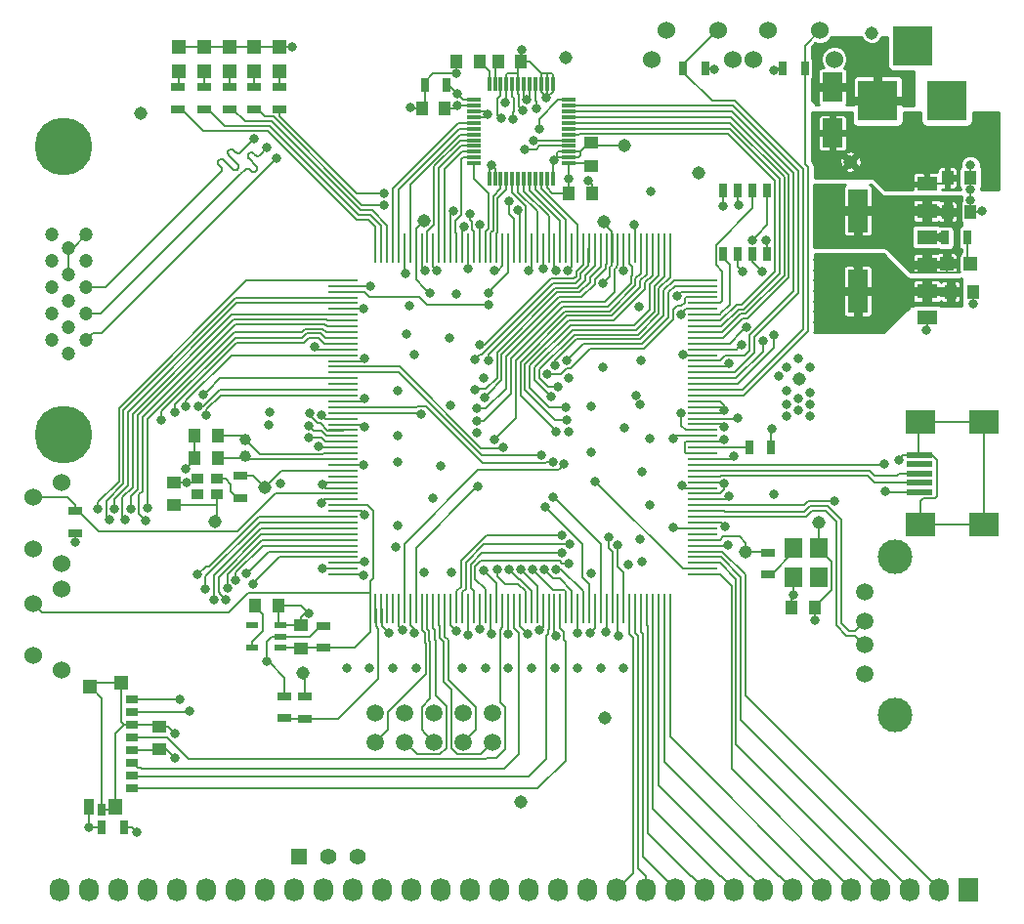
<source format=gtl>
%TF.GenerationSoftware,KiCad,Pcbnew,0.201506262353+5832~23~ubuntu14.04.1-product*%
%TF.CreationDate,2015-07-01T01:08:02-03:00*%
%TF.JobID,BoardRZA1,426F617264525A41312E6B696361645F,rev?*%
%TF.FileFunction,Copper,L1,Top,Signal*%
%FSLAX46Y46*%
G04 Gerber Fmt 4.6, Leading zero omitted, Abs format (unit mm)*
G04 Created by KiCad (PCBNEW 0.201506262353+5832~23~ubuntu14.04.1-product) date mié 01 jul 2015 01:08:02 ART*
%MOMM*%
G01*
G04 APERTURE LIST*
%ADD10C,0.100000*%
%ADD11R,1.000000X0.700000*%
%ADD12R,1.200000X1.150000*%
%ADD13R,1.200000X1.400000*%
%ADD14R,0.700000X1.000000*%
%ADD15R,0.900000X1.400000*%
%ADD16C,5.001260*%
%ADD17C,1.198880*%
%ADD18R,0.700000X1.300000*%
%ADD19R,2.301240X0.500380*%
%ADD20R,2.499360X1.998980*%
%ADD21C,1.501140*%
%ADD22C,2.999740*%
%ADD23R,3.500120X3.500120*%
%ADD24R,1.198880X1.198880*%
%ADD25R,1.800860X2.499360*%
%ADD26C,1.506220*%
%ADD27C,1.524000*%
%ADD28R,0.254000X2.540000*%
%ADD29R,2.540000X0.254000*%
%ADD30R,1.100000X0.900000*%
%ADD31R,1.500000X1.700000*%
%ADD32R,1.000000X0.600000*%
%ADD33C,1.000760*%
%ADD34C,1.143000*%
%ADD35R,1.397000X1.397000*%
%ADD36C,1.397000*%
%ADD37R,1.727200X2.032000*%
%ADD38O,1.727200X2.032000*%
%ADD39R,1.800860X1.300480*%
%ADD40R,1.800860X3.799840*%
%ADD41R,1.250000X1.000000*%
%ADD42R,1.000000X1.250000*%
%ADD43R,1.300000X0.700000*%
%ADD44R,0.299720X1.300480*%
%ADD45R,1.300480X0.299720*%
%ADD46C,0.812800*%
%ADD47C,0.203200*%
%ADD48C,0.254000*%
%ADD49C,0.228600*%
G04 APERTURE END LIST*
D10*
D11*
X44272200Y-83396000D03*
X44272200Y-82296000D03*
X44272200Y-81196000D03*
X44272200Y-80096000D03*
X44272200Y-78996000D03*
X44272200Y-77896000D03*
X44272200Y-76796000D03*
X44272200Y-84496000D03*
D12*
X43322200Y-75396000D03*
X40622200Y-75696000D03*
D13*
X42772200Y-86146000D03*
D14*
X41622200Y-86346000D03*
D15*
X40482200Y-86146000D03*
D16*
X38277800Y-53848000D03*
D17*
X40276780Y-41087040D03*
X40276780Y-43373040D03*
X40276780Y-45664120D03*
X40276780Y-38793420D03*
X40276780Y-36504880D03*
X38778180Y-39938960D03*
X38778180Y-42227500D03*
X38778180Y-44518580D03*
X38778180Y-46809660D03*
D16*
X38277800Y-28859480D03*
D17*
X38778180Y-37647880D03*
X37277040Y-45664120D03*
X37277040Y-43373040D03*
X37279580Y-41084500D03*
X37277040Y-38793420D03*
X37277040Y-36504880D03*
D18*
X99300000Y-32725000D03*
X98030000Y-32725000D03*
X96760000Y-32725000D03*
X95490000Y-32725000D03*
X95490000Y-38225000D03*
X96760000Y-38225000D03*
X98030000Y-38225000D03*
X99300000Y-38225000D03*
D19*
X112477740Y-58813700D03*
X112477740Y-58013600D03*
X112477740Y-57213500D03*
X112477740Y-56413400D03*
X112477740Y-55613300D03*
D20*
X112576800Y-61663580D03*
X118075900Y-61663580D03*
X112576800Y-52763420D03*
X118075900Y-52763420D03*
D21*
X107700000Y-67500000D03*
X107700000Y-70040000D03*
X107700000Y-72072000D03*
X107700000Y-74612000D03*
D22*
X110367000Y-64452000D03*
X110367000Y-78168000D03*
D23*
X108861860Y-24892000D03*
X114861340Y-24892000D03*
X111861600Y-20193000D03*
D24*
X57049998Y-22374020D03*
X57049998Y-20275980D03*
X54866398Y-22374020D03*
X54866398Y-20275980D03*
X52683799Y-22374020D03*
X52683799Y-20275980D03*
X50519449Y-22374020D03*
X50519449Y-20275980D03*
D25*
X104950000Y-23701020D03*
X104950000Y-27698980D03*
D24*
X116924020Y-39000000D03*
X114825980Y-39000000D03*
D26*
X75501500Y-77978000D03*
X75501500Y-80518000D03*
X72961500Y-77978000D03*
X72961500Y-80518000D03*
X70421500Y-77978000D03*
X70421500Y-80518000D03*
X67881500Y-77978000D03*
X67881500Y-80518000D03*
X65341500Y-77978000D03*
X65341500Y-80518000D03*
D27*
X38176600Y-67234000D03*
X38176600Y-74244000D03*
X35686600Y-68489000D03*
X35686600Y-72989000D03*
X38176600Y-58039200D03*
X38176600Y-65049200D03*
X35686600Y-59294200D03*
X35686600Y-63794200D03*
X105105000Y-21311000D03*
X98095000Y-21311000D03*
X103850000Y-18821000D03*
X99350000Y-18821000D03*
X96278500Y-21311000D03*
X89268500Y-21311000D03*
X95023500Y-18821000D03*
X90523500Y-18821000D03*
D28*
X90863420Y-37719000D03*
X90363040Y-37719000D03*
X89862660Y-37719000D03*
X89362280Y-37719000D03*
X88861900Y-37719000D03*
X88361520Y-37719000D03*
X87861140Y-37719000D03*
X87360760Y-37719000D03*
X86860380Y-37719000D03*
X86360000Y-37719000D03*
X85859620Y-37719000D03*
X85359240Y-37719000D03*
X84858860Y-37719000D03*
X84358480Y-37719000D03*
X83858100Y-37719000D03*
X83357720Y-37719000D03*
X82857340Y-37719000D03*
X82356960Y-37719000D03*
X81856580Y-37719000D03*
X81356200Y-37719000D03*
X80855820Y-37719000D03*
X80355440Y-37719000D03*
X79855060Y-37719000D03*
X79354680Y-37719000D03*
X78854300Y-37719000D03*
X78353920Y-37719000D03*
X77853540Y-37719000D03*
X77353160Y-37719000D03*
X76852780Y-37719000D03*
X76352400Y-37719000D03*
X75852020Y-37719000D03*
X75351640Y-37719000D03*
X74851260Y-37719000D03*
X74350880Y-37719000D03*
X73850500Y-37719000D03*
X73350120Y-37719000D03*
X72849740Y-37719000D03*
X72349360Y-37719000D03*
X71848980Y-37719000D03*
X71348600Y-37719000D03*
X70848220Y-37719000D03*
X70347840Y-37719000D03*
X69847460Y-37719000D03*
X69347080Y-37719000D03*
X68846700Y-37719000D03*
X68346320Y-37719000D03*
X67845940Y-37719000D03*
X67345560Y-37719000D03*
X66845180Y-37719000D03*
X66344800Y-37719000D03*
X65844420Y-37719000D03*
X65344040Y-37719000D03*
D29*
X62534800Y-40454580D03*
X62534800Y-40954960D03*
X62534800Y-41455340D03*
X62534800Y-41955720D03*
X62534800Y-42456100D03*
X62534800Y-42956480D03*
X62534800Y-43456860D03*
X62534800Y-43957240D03*
X62534800Y-44457620D03*
X62534800Y-44958000D03*
X62534800Y-45458380D03*
X62534800Y-45958760D03*
X62534800Y-46459140D03*
X62534800Y-46959520D03*
X62534800Y-47459900D03*
X62534800Y-47960280D03*
X62534800Y-48460660D03*
X62534800Y-48961040D03*
X62534800Y-49461420D03*
X62534800Y-49961800D03*
X62534800Y-50462180D03*
X62534800Y-50962560D03*
X62534800Y-51462940D03*
X62534800Y-51963320D03*
X62534800Y-52463700D03*
X62534800Y-52964080D03*
X62534800Y-53464460D03*
X62534800Y-53964840D03*
X62534800Y-54465220D03*
X62534800Y-54965600D03*
X62534800Y-55465980D03*
X62534800Y-55966360D03*
X62534800Y-56466740D03*
X62534800Y-56967120D03*
X62534800Y-57467500D03*
X62534800Y-57967880D03*
X62534800Y-58468260D03*
X62534800Y-58968640D03*
X62534800Y-59469020D03*
X62534800Y-59969400D03*
X62534800Y-60469780D03*
X62534800Y-60970160D03*
X62534800Y-61470540D03*
X62534800Y-61970920D03*
X62534800Y-62471300D03*
X62534800Y-62971680D03*
X62534800Y-63472060D03*
X62534800Y-63972440D03*
X62534800Y-64472820D03*
X62534800Y-64973200D03*
X62534800Y-65473580D03*
X62534800Y-65973960D03*
D28*
X65346580Y-68910200D03*
X65846960Y-68910200D03*
X66347340Y-68910200D03*
X66847720Y-68910200D03*
X67348100Y-68910200D03*
X67848480Y-68910200D03*
X68348860Y-68910200D03*
X68849240Y-68910200D03*
X69349620Y-68910200D03*
X69850000Y-68910200D03*
X70350380Y-68910200D03*
X70850760Y-68910200D03*
X71351140Y-68910200D03*
X71851520Y-68910200D03*
X72351900Y-68910200D03*
X72852280Y-68910200D03*
X73352660Y-68910200D03*
X73853040Y-68910200D03*
X74353420Y-68910200D03*
X74853800Y-68910200D03*
X75354180Y-68910200D03*
X75854560Y-68910200D03*
X76354940Y-68910200D03*
X76855320Y-68910200D03*
X77355700Y-68910200D03*
X77856080Y-68910200D03*
X78356460Y-68910200D03*
X78856840Y-68910200D03*
X79357220Y-68910200D03*
X79857600Y-68910200D03*
X80357980Y-68910200D03*
X80858360Y-68910200D03*
X81358740Y-68910200D03*
X81859120Y-68910200D03*
X82359500Y-68910200D03*
X82859880Y-68910200D03*
X83360260Y-68910200D03*
X83860640Y-68910200D03*
X84361020Y-68910200D03*
X84861400Y-68910200D03*
X85361780Y-68910200D03*
X85862160Y-68910200D03*
X86362540Y-68910200D03*
X86862920Y-68910200D03*
X87363300Y-68910200D03*
X87863680Y-68910200D03*
X88364060Y-68910200D03*
X88864440Y-68910200D03*
X89364820Y-68910200D03*
X89865200Y-68910200D03*
X90365580Y-68910200D03*
X90865960Y-68910200D03*
D29*
X93726000Y-65971420D03*
X93726000Y-65471040D03*
X93726000Y-64970660D03*
X93726000Y-64470280D03*
X93726000Y-63969900D03*
X93726000Y-63469520D03*
X93726000Y-62969140D03*
X93726000Y-62468760D03*
X93726000Y-61968380D03*
X93726000Y-61468000D03*
X93726000Y-60967620D03*
X93726000Y-60467240D03*
X93726000Y-59966860D03*
X93726000Y-59466480D03*
X93726000Y-58966100D03*
X93726000Y-58465720D03*
X93726000Y-57965340D03*
X93726000Y-57464960D03*
X93726000Y-56964580D03*
X93726000Y-56464200D03*
X93726000Y-55963820D03*
X93726000Y-55463440D03*
X93726000Y-54963060D03*
X93726000Y-54462680D03*
X93726000Y-53962300D03*
X93726000Y-53461920D03*
X93726000Y-52961540D03*
X93726000Y-52461160D03*
X93726000Y-51960780D03*
X93726000Y-51460400D03*
X93726000Y-50960020D03*
X93726000Y-50459640D03*
X93726000Y-49959260D03*
X93726000Y-49458880D03*
X93726000Y-48958500D03*
X93726000Y-48458120D03*
X93726000Y-47957740D03*
X93726000Y-47457360D03*
X93726000Y-46956980D03*
X93726000Y-46456600D03*
X93726000Y-45956220D03*
X93726000Y-45455840D03*
X93726000Y-44955460D03*
X93726000Y-44455080D03*
X93726000Y-43954700D03*
X93726000Y-43454320D03*
X93726000Y-42953940D03*
X93726000Y-42453560D03*
X93726000Y-41953180D03*
X93726000Y-41452800D03*
X93726000Y-40952420D03*
X93726000Y-40452040D03*
D30*
X49925000Y-59000000D03*
X51625000Y-59000000D03*
X51625000Y-57700000D03*
X49925000Y-57700000D03*
D31*
X103779500Y-66230500D03*
X103779500Y-63690500D03*
X101579500Y-63690500D03*
X101579500Y-66230500D03*
D32*
X57069000Y-72332500D03*
X57069000Y-71342500D03*
X57069000Y-70352500D03*
X54669000Y-70352500D03*
X54669000Y-72332500D03*
D33*
X54050000Y-55749300D03*
X54050000Y-54250700D03*
D34*
X106500000Y-30200000D03*
X97450000Y-64050000D03*
X55725000Y-58425000D03*
X69525000Y-35275000D03*
X77900000Y-85650000D03*
X85175000Y-35425000D03*
X93350000Y-31150000D03*
X102100000Y-49000000D03*
X108330340Y-19050320D03*
X81875000Y-21200000D03*
X44975000Y-25975000D03*
X85250000Y-78400000D03*
X59100000Y-74525000D03*
X51450000Y-61375000D03*
X86925000Y-28800000D03*
X103750000Y-61450000D03*
D35*
X58720000Y-90400000D03*
D36*
X61260000Y-90400000D03*
X63800000Y-90400000D03*
D37*
X116713000Y-93345000D03*
D38*
X114173000Y-93345000D03*
X111633000Y-93345000D03*
X109093000Y-93345000D03*
X106553000Y-93345000D03*
X104013000Y-93345000D03*
X101473000Y-93345000D03*
X98933000Y-93345000D03*
X96393000Y-93345000D03*
X93853000Y-93345000D03*
X91313000Y-93345000D03*
X88773000Y-93345000D03*
X86233000Y-93345000D03*
X83693000Y-93345000D03*
X81153000Y-93345000D03*
X78613000Y-93345000D03*
X76073000Y-93345000D03*
X73533000Y-93345000D03*
X70993000Y-93345000D03*
X68453000Y-93345000D03*
X65913000Y-93345000D03*
X63373000Y-93345000D03*
X60833000Y-93345000D03*
X58293000Y-93345000D03*
X55753000Y-93345000D03*
X53213000Y-93345000D03*
X50673000Y-93345000D03*
X48133000Y-93345000D03*
X45593000Y-93345000D03*
X43053000Y-93345000D03*
X40513000Y-93345000D03*
X37973000Y-93345000D03*
D24*
X48275000Y-22374020D03*
X48275000Y-20275980D03*
D39*
X113124740Y-36726240D03*
X113124740Y-34425000D03*
X113124740Y-32123760D03*
D40*
X107125260Y-34425000D03*
D39*
X113124740Y-43726240D03*
X113124740Y-41425000D03*
X113124740Y-39123760D03*
D40*
X107125260Y-41425000D03*
D41*
X47900000Y-57975000D03*
X47900000Y-59975000D03*
D42*
X101400000Y-68850000D03*
X103400000Y-68850000D03*
X49698000Y-55907400D03*
X51698000Y-55907400D03*
X49700000Y-53900000D03*
X51700000Y-53900000D03*
D41*
X46634400Y-81137000D03*
X46634400Y-79137000D03*
D42*
X114900000Y-31575000D03*
X116900000Y-31575000D03*
X115161311Y-41450000D03*
X117161311Y-41450000D03*
X114925000Y-34525000D03*
X116925000Y-34525000D03*
X54919000Y-68642500D03*
X56919000Y-68642500D03*
D41*
X58919000Y-70392500D03*
X58919000Y-72392500D03*
D42*
X84100000Y-32900000D03*
X82100000Y-32900000D03*
D41*
X84000000Y-28575000D03*
X84000000Y-30575000D03*
D42*
X69350000Y-25550000D03*
X71350000Y-25550000D03*
X75975000Y-21500000D03*
X77975000Y-21500000D03*
X74375000Y-21500000D03*
X72375000Y-21500000D03*
D18*
X99625000Y-54975000D03*
X97725000Y-54975000D03*
D43*
X53675000Y-57425000D03*
X53675000Y-59325000D03*
X99374300Y-64054000D03*
X99374300Y-65954000D03*
D18*
X43545800Y-87858600D03*
X41645800Y-87858600D03*
D43*
X60869000Y-72342500D03*
X60869000Y-70442500D03*
D18*
X71500000Y-23546875D03*
X69600000Y-23546875D03*
D43*
X57480200Y-76545400D03*
X57480200Y-78445400D03*
X59207400Y-76570800D03*
X59207400Y-78470800D03*
X48250000Y-25625000D03*
X48250000Y-23725000D03*
X39300000Y-60475000D03*
X39300000Y-62375000D03*
D18*
X102550000Y-22098000D03*
X100650000Y-22098000D03*
X92014000Y-22098000D03*
X93914000Y-22098000D03*
D43*
X57049997Y-25625000D03*
X57049997Y-23725000D03*
X54843450Y-25625000D03*
X54843450Y-23725000D03*
X52672915Y-25625000D03*
X52672915Y-23725000D03*
X50527380Y-25625000D03*
X50527380Y-23725000D03*
D18*
X114725000Y-36775000D03*
X116625000Y-36775000D03*
D44*
X76700320Y-31674560D03*
X77200700Y-31674560D03*
X77701080Y-31674560D03*
X78198920Y-31674560D03*
X78699300Y-31674560D03*
X75199180Y-31674560D03*
X75699560Y-31674560D03*
X76199940Y-31674560D03*
D45*
X82049560Y-30325820D03*
X82049560Y-29825440D03*
X82049560Y-29325060D03*
X82049560Y-28824680D03*
X82049560Y-28324300D03*
X82049560Y-27823920D03*
X82049560Y-27326080D03*
X82049560Y-26825700D03*
D44*
X80700820Y-23475440D03*
X80200440Y-23475440D03*
X79700060Y-23475440D03*
X79199680Y-23475440D03*
X78699300Y-23475440D03*
X78198920Y-23475440D03*
X77701080Y-23475440D03*
X77200700Y-23475440D03*
D45*
X73850440Y-24824180D03*
X73850440Y-25324560D03*
X73850440Y-25824940D03*
X73850440Y-26325320D03*
X73850440Y-26825700D03*
X73850440Y-27326080D03*
X73850440Y-27823920D03*
X73850440Y-28324300D03*
D44*
X79199680Y-31674560D03*
X79700060Y-31674560D03*
X80200440Y-31674560D03*
X80700820Y-31674560D03*
D45*
X82049560Y-26325320D03*
X82049560Y-25824940D03*
X82049560Y-25324560D03*
X82049560Y-24824180D03*
D44*
X76700320Y-23475440D03*
X76199940Y-23475440D03*
X75699560Y-23475440D03*
X75199180Y-23475440D03*
D45*
X73850440Y-28824680D03*
X73850440Y-29325060D03*
X73850440Y-29825440D03*
X73850440Y-30325820D03*
D46*
X103400000Y-69950000D03*
X82026903Y-39597059D03*
X91846368Y-43425840D03*
X86938500Y-53281580D03*
X71906453Y-65781335D03*
X95500000Y-34000000D03*
X110683008Y-56084833D03*
X59573160Y-69354700D03*
X71740386Y-45440656D03*
X87944960Y-50449480D03*
X72387460Y-70873620D03*
X88275000Y-62900000D03*
X89150000Y-59910804D03*
X89125000Y-54219779D03*
X88241775Y-51200000D03*
X89215560Y-32750000D03*
X99725000Y-53334255D03*
X95583529Y-53172363D03*
X95550000Y-51700000D03*
X95583397Y-54252330D03*
X76625000Y-25075000D03*
X78070543Y-25751066D03*
X95568238Y-58123839D03*
X60657022Y-52137574D03*
X85275000Y-70990374D03*
X82850000Y-71049998D03*
X95950000Y-47700000D03*
X67655868Y-70790865D03*
X83750000Y-31825000D03*
X80798188Y-30074695D03*
X69677924Y-39597126D03*
X80175000Y-24650000D03*
X78025000Y-20475000D03*
X72350000Y-22500000D03*
X68400000Y-25525000D03*
X75050000Y-26075000D03*
X75425000Y-30450000D03*
X64925000Y-40975000D03*
X71025000Y-56550000D03*
X87225000Y-65125000D03*
X71875000Y-51300000D03*
X74353472Y-70662113D03*
X99825000Y-59025000D03*
X95602001Y-61775216D03*
X82079840Y-48952766D03*
X79875000Y-39500000D03*
X67137270Y-63613343D03*
X67275000Y-61691520D03*
X67275000Y-56185612D03*
X67279520Y-53972460D03*
X67275000Y-50009145D03*
X60779689Y-65469365D03*
X60661115Y-59757673D03*
X60746640Y-58201560D03*
X74409341Y-35651440D03*
X72092733Y-34449896D03*
X116925000Y-33548320D03*
X116925000Y-32572960D03*
X116900000Y-30500000D03*
X114218720Y-36726240D03*
X60100000Y-46200000D03*
X56180761Y-51871881D03*
X79565541Y-70784363D03*
X76847732Y-71117614D03*
X47957948Y-79742052D03*
X48929348Y-56834058D03*
X57100000Y-58100000D03*
X95900000Y-63400000D03*
X62870080Y-74100000D03*
X64830548Y-74100000D03*
X66865868Y-74100000D03*
X68901189Y-74100000D03*
X72859794Y-74100000D03*
X74856983Y-74100000D03*
X76861838Y-74100000D03*
X78866692Y-74100000D03*
X80870761Y-74100000D03*
X82875615Y-74100000D03*
X84909560Y-74100000D03*
X86835007Y-74100000D03*
X117900000Y-34500000D03*
X113100000Y-44800000D03*
X117100000Y-42500000D03*
X68300000Y-42650000D03*
X88184198Y-42743937D03*
X86863429Y-39650791D03*
X82098777Y-53633810D03*
X88370000Y-47389998D03*
X72350000Y-41649991D03*
X68700000Y-46940000D03*
X64325000Y-66075000D03*
X64372067Y-64823031D03*
X103650000Y-37000000D03*
X103650000Y-32750000D03*
X103650000Y-33600000D03*
X103650000Y-36150000D03*
X103650000Y-35300000D03*
X103650000Y-34450000D03*
X101579500Y-67743014D03*
X99200000Y-37000000D03*
X55935880Y-73527920D03*
X69560450Y-65801240D03*
X85009618Y-48046185D03*
X82075000Y-31650000D03*
X58125000Y-20225000D03*
X78488470Y-24825000D03*
X56100000Y-53000000D03*
X72450000Y-25350000D03*
X68025000Y-45100000D03*
X74725000Y-48925000D03*
X84000000Y-65875000D03*
X88400000Y-64825000D03*
X88400000Y-57075000D03*
X84060774Y-51355000D03*
X84060774Y-55342800D03*
X94686120Y-22189440D03*
X99898200Y-22280880D03*
X48000000Y-81900000D03*
X44688810Y-88300000D03*
X48969246Y-57975000D03*
X39300000Y-63200000D03*
X74138315Y-53657747D03*
X103700000Y-44100000D03*
X103700000Y-43200000D03*
X103700000Y-42300000D03*
X103700000Y-38700000D03*
X103700000Y-39600000D03*
X103700000Y-40500000D03*
X103700000Y-41400000D03*
X70314820Y-59326780D03*
X103000000Y-50249994D03*
X103000000Y-51250000D03*
X103000000Y-52250000D03*
X100250000Y-48750000D03*
X101000000Y-48000000D03*
X101000000Y-50000000D03*
X102000000Y-50750000D03*
X103000000Y-48000000D03*
X102000000Y-51750000D03*
X102000000Y-47250000D03*
X101000000Y-51250000D03*
X101000000Y-52250000D03*
X91878976Y-58288978D03*
X91150000Y-61860441D03*
X91125000Y-54198338D03*
X85063140Y-40740945D03*
X75375000Y-71125000D03*
X64409704Y-60767536D03*
X86434491Y-71253304D03*
X67925000Y-39900000D03*
X64291382Y-42962637D03*
X64392328Y-47249077D03*
X64391125Y-53170613D03*
X91959864Y-46937808D03*
X73344481Y-39475190D03*
X78591300Y-39588535D03*
X80966880Y-71297622D03*
X66511220Y-71025000D03*
X78511220Y-71100000D03*
X91499129Y-41798749D03*
X81010892Y-39597808D03*
X73385284Y-71181767D03*
X83975000Y-71025000D03*
X68684958Y-71027686D03*
X70693935Y-39597993D03*
X64392330Y-50751732D03*
X87730000Y-35650000D03*
X64311196Y-56500742D03*
X91846398Y-52007025D03*
X96750000Y-52400000D03*
X96400000Y-55752990D03*
X95978759Y-59192359D03*
X81175000Y-49700000D03*
X80525000Y-50525000D03*
X81870000Y-51440000D03*
X81920933Y-52543296D03*
X81020000Y-53590000D03*
X75665232Y-54256801D03*
X74151221Y-52641817D03*
X74104831Y-51607355D03*
X74802577Y-50626015D03*
X74001416Y-49972286D03*
X75130000Y-47450000D03*
X73961606Y-47305463D03*
X74367355Y-46048846D03*
X80240104Y-48600000D03*
X81938783Y-47388783D03*
X80944210Y-47808606D03*
X81495756Y-62585328D03*
X82178037Y-63338171D03*
X81500985Y-64095720D03*
X82109607Y-65012810D03*
X74700000Y-65600000D03*
X75891907Y-65524837D03*
X76914457Y-65574863D03*
X77930468Y-65575000D03*
X78945323Y-65526514D03*
X79961333Y-65525002D03*
X81000000Y-65500000D03*
X80030000Y-60100000D03*
X80742020Y-59240644D03*
X85537038Y-62727840D03*
X86344760Y-63446660D03*
X98000000Y-36965376D03*
X97467499Y-44512221D03*
X96800000Y-33925000D03*
X99850000Y-45175000D03*
X97080382Y-46025000D03*
X97200000Y-39750000D03*
X98909213Y-45703652D03*
X98861210Y-39725000D03*
X76440000Y-54918780D03*
X79740000Y-55630000D03*
X80692652Y-56197348D03*
X69275000Y-52105581D03*
X81690000Y-56430000D03*
X74200000Y-58300000D03*
X84400000Y-57900000D03*
X70050000Y-41600000D03*
X50711210Y-52171406D03*
X49200000Y-77800000D03*
X50000000Y-51400000D03*
X48426900Y-76780407D03*
X50409715Y-50409719D03*
X40550000Y-87850000D03*
X54708622Y-66826767D03*
X54164253Y-65915313D03*
X53245048Y-66428886D03*
X52502296Y-67122139D03*
X52347461Y-68126283D03*
X51333660Y-68193269D03*
X50622440Y-67200000D03*
X49911220Y-66000000D03*
X46822441Y-52600000D03*
X45563140Y-60200000D03*
X45400040Y-61288184D03*
X44140719Y-60260046D03*
X105130565Y-59619435D03*
X111400000Y-32100000D03*
X111400000Y-31000000D03*
X110400000Y-32100000D03*
X110400000Y-31000000D03*
X113100004Y-31000000D03*
X113099994Y-30000000D03*
X114900000Y-29999996D03*
X111400000Y-30000000D03*
X60402664Y-54861791D03*
X59545579Y-54123556D03*
X59568863Y-53107811D03*
X59654957Y-51969804D03*
X75119064Y-41542460D03*
X75639803Y-39592626D03*
X66126561Y-32921998D03*
X73553340Y-34675020D03*
X66102651Y-33947349D03*
X72986920Y-35785276D03*
X76891302Y-33621855D03*
X78313790Y-29123901D03*
X77647477Y-34391661D03*
X79025000Y-28325000D03*
X76235266Y-26449264D03*
X54800000Y-28230000D03*
X77250000Y-26500000D03*
X55930000Y-28990000D03*
X79275000Y-25575000D03*
X56750000Y-29900000D03*
X72450000Y-24333997D03*
X79550000Y-27350000D03*
X75150000Y-42600000D03*
X43688780Y-61201656D03*
X42718298Y-60279601D03*
X42266359Y-61221747D03*
X41295877Y-60286510D03*
X48000000Y-51900000D03*
X48876228Y-51353824D03*
X109475000Y-56425000D03*
X109500000Y-58725000D03*
D47*
X103400000Y-68850000D02*
X103400000Y-69950000D01*
X103400000Y-68850000D02*
X103400000Y-68725000D01*
X103400000Y-68725000D02*
X104834301Y-67290699D01*
X104834301Y-67290699D02*
X104834301Y-64845301D01*
X103779500Y-63790500D02*
X103779500Y-63690500D01*
X104834301Y-64845301D02*
X103779500Y-63790500D01*
X103779500Y-63690500D02*
X103779500Y-61479500D01*
X103779500Y-61479500D02*
X103750000Y-61450000D01*
X82356960Y-39267002D02*
X82026903Y-39597059D01*
X82356960Y-37719000D02*
X82356960Y-39267002D01*
X91846368Y-43360372D02*
X91846368Y-43425840D01*
X92252800Y-42953940D02*
X91846368Y-43360372D01*
X93726000Y-42953940D02*
X92252800Y-42953940D01*
X71950580Y-65808860D02*
X71933978Y-65808860D01*
X71933978Y-65808860D02*
X71906453Y-65781335D01*
X95500000Y-34000000D02*
X95500000Y-32735000D01*
X95500000Y-32735000D02*
X95490000Y-32725000D01*
X111084360Y-55613300D02*
X110683008Y-56014652D01*
X110683008Y-56014652D02*
X110683008Y-56084833D01*
X112438180Y-55613300D02*
X111084360Y-55613300D01*
X38778180Y-37647880D02*
X39133780Y-37647880D01*
X39133780Y-37647880D02*
X40276780Y-36504880D01*
X38778180Y-37647880D02*
X38778180Y-39938960D01*
X56919000Y-68642500D02*
X58860960Y-68642500D01*
X59166761Y-68948301D02*
X59573160Y-69354700D01*
X59253600Y-69354700D02*
X59573160Y-69354700D01*
X58919000Y-69689300D02*
X59253600Y-69354700D01*
X58860960Y-68642500D02*
X59166761Y-68948301D01*
X58919000Y-70392500D02*
X58919000Y-69689300D01*
X71851520Y-70383400D02*
X72341740Y-70873620D01*
X71851520Y-68910200D02*
X71851520Y-70383400D01*
X72341740Y-70873620D02*
X72387460Y-70873620D01*
X56919000Y-68642500D02*
X56919000Y-70202500D01*
X56919000Y-70202500D02*
X57069000Y-70352500D01*
X57069000Y-70352500D02*
X58879000Y-70352500D01*
X58879000Y-70352500D02*
X58919000Y-70392500D01*
X59207400Y-76570800D02*
X59207400Y-74632400D01*
X59207400Y-74632400D02*
X59100000Y-74525000D01*
X99625000Y-54975000D02*
X99625000Y-53434255D01*
X99625000Y-53434255D02*
X99725000Y-53334255D01*
X93726000Y-52961540D02*
X95372706Y-52961540D01*
X95372706Y-52961540D02*
X95583529Y-53172363D01*
X93726000Y-50960020D02*
X95210020Y-50960020D01*
X95210020Y-50960020D02*
X95550000Y-51300000D01*
X95550000Y-51300000D02*
X95550000Y-51700000D01*
X93726000Y-51460400D02*
X95310400Y-51460400D01*
X95310400Y-51460400D02*
X95550000Y-51700000D01*
X93726000Y-51960780D02*
X95289220Y-51960780D01*
X95289220Y-51960780D02*
X95550000Y-51700000D01*
X93726000Y-54462680D02*
X95373047Y-54462680D01*
X95373047Y-54462680D02*
X95583397Y-54252330D01*
X93726000Y-55463440D02*
X92252800Y-55463440D01*
X92252800Y-55463440D02*
X92151199Y-55361839D01*
X92151199Y-55361839D02*
X92151199Y-54564281D01*
X92151199Y-54564281D02*
X92252800Y-54462680D01*
X92252800Y-54462680D02*
X93726000Y-54462680D01*
X76700320Y-24999680D02*
X76625000Y-25075000D01*
X77701080Y-23475440D02*
X77701080Y-24328880D01*
X77701080Y-24328880D02*
X77742611Y-24370411D01*
X77742611Y-24370411D02*
X77742611Y-25423134D01*
X76700320Y-23475440D02*
X76700320Y-24999680D01*
X77742611Y-25423134D02*
X78070543Y-25751066D01*
X114676240Y-36726240D02*
X114725000Y-36775000D01*
X95409739Y-57965340D02*
X95568238Y-58123839D01*
X93726000Y-58966100D02*
X95199200Y-58966100D01*
X95199200Y-58966100D02*
X95568238Y-58597062D01*
X95568238Y-58597062D02*
X95568238Y-58123839D01*
X93726000Y-57965340D02*
X95409739Y-57965340D01*
X112537240Y-61663580D02*
X112537240Y-59637760D01*
X112537240Y-59637760D02*
X112806309Y-59368691D01*
X112806309Y-59368691D02*
X113832641Y-59368691D01*
X113990120Y-56015888D02*
X113587532Y-55613300D01*
X113832641Y-59368691D02*
X113990120Y-59211212D01*
X113587532Y-55613300D02*
X112438180Y-55613300D01*
X113990120Y-59211212D02*
X113990120Y-56015888D01*
X112438180Y-55613300D02*
X112438180Y-52862480D01*
X112438180Y-52862480D02*
X112537240Y-52763420D01*
X118036340Y-61663580D02*
X112537240Y-61663580D01*
X118036340Y-61663580D02*
X118036340Y-52763420D01*
X112537240Y-52763420D02*
X118036340Y-52763420D01*
X50113808Y-59975000D02*
X48728200Y-59975000D01*
X50550000Y-59975000D02*
X50113808Y-59975000D01*
X51625000Y-59000000D02*
X51625000Y-59943783D01*
X50113808Y-59975000D02*
X51593783Y-59975000D01*
X51625000Y-59943783D02*
X51625000Y-61200000D01*
X51593783Y-59975000D02*
X51625000Y-59943783D01*
X51625000Y-61200000D02*
X51450000Y-61375000D01*
X49698000Y-55907400D02*
X49698000Y-53902000D01*
X49698000Y-53902000D02*
X49700000Y-53900000D01*
X51625000Y-59000000D02*
X51525000Y-59000000D01*
X48728200Y-59975000D02*
X47900000Y-59975000D01*
X62534800Y-52463700D02*
X60983148Y-52463700D01*
X60983148Y-52463700D02*
X60657022Y-52137574D01*
X85361780Y-68910200D02*
X85361780Y-70903594D01*
X85361780Y-70903594D02*
X85275000Y-70990374D01*
X82859880Y-71040118D02*
X82850000Y-71049998D01*
X82859880Y-68910200D02*
X82859880Y-71040118D01*
X95692260Y-47957740D02*
X95950000Y-47700000D01*
X93726000Y-47957740D02*
X95692260Y-47957740D01*
X67348100Y-70483097D02*
X67655868Y-70790865D01*
X67348100Y-68910200D02*
X67348100Y-70483097D01*
X86925000Y-28800000D02*
X84225000Y-28800000D01*
X84225000Y-28800000D02*
X84000000Y-28575000D01*
X84100000Y-32900000D02*
X84100000Y-32175000D01*
X84100000Y-32175000D02*
X83750000Y-31825000D01*
X80700820Y-31674560D02*
X80700820Y-30172063D01*
X80700820Y-30172063D02*
X80798188Y-30074695D01*
X81047443Y-29825440D02*
X81047443Y-29473737D01*
X81047443Y-29473737D02*
X81196120Y-29325060D01*
X81196120Y-29325060D02*
X82049560Y-29325060D01*
X82049560Y-29825440D02*
X81047443Y-29825440D01*
X81047443Y-29825440D02*
X80798188Y-30074695D01*
X82049560Y-29825440D02*
X82903000Y-29825440D01*
X82903000Y-29825440D02*
X83124940Y-29603500D01*
X83124940Y-29603500D02*
X83124940Y-29325060D01*
X84000000Y-28575000D02*
X83875000Y-28575000D01*
X83875000Y-28575000D02*
X83124940Y-29325060D01*
X83124940Y-29325060D02*
X82903000Y-29325060D01*
X82903000Y-29325060D02*
X82049560Y-29325060D01*
X69347080Y-39266282D02*
X69677924Y-39597126D01*
X69347080Y-37719000D02*
X69347080Y-39266282D01*
X80200440Y-23475440D02*
X80200440Y-24624560D01*
X80200440Y-24624560D02*
X80175000Y-24650000D01*
X80700820Y-23475440D02*
X80700820Y-24124180D01*
X80700820Y-24124180D02*
X80175000Y-24650000D01*
X79700060Y-23475440D02*
X79700060Y-24175060D01*
X79700060Y-24175060D02*
X80175000Y-24650000D01*
X80578820Y-22500000D02*
X80195318Y-22500000D01*
X80195318Y-22500000D02*
X79721920Y-22500000D01*
X80200440Y-23475440D02*
X80200440Y-22622000D01*
X80200440Y-22622000D02*
X80195318Y-22616878D01*
X80195318Y-22616878D02*
X80195318Y-22500000D01*
X79721920Y-22500000D02*
X79700060Y-22521860D01*
X80700820Y-23475440D02*
X80700820Y-22622000D01*
X80700820Y-22622000D02*
X80578820Y-22500000D01*
X79700060Y-23475440D02*
X79700060Y-22521860D01*
X79700060Y-22521860D02*
X78678200Y-21500000D01*
X78678200Y-21500000D02*
X77975000Y-21500000D01*
X77975000Y-21500000D02*
X77975000Y-20525000D01*
X77975000Y-20525000D02*
X78025000Y-20475000D01*
X76700320Y-23475440D02*
X76700320Y-22627078D01*
X77599479Y-22520399D02*
X77701080Y-22622000D01*
X76700320Y-22627078D02*
X76806999Y-22520399D01*
X76806999Y-22520399D02*
X77599479Y-22520399D01*
X77701080Y-22622000D02*
X77701080Y-23475440D01*
X77701080Y-23475440D02*
X77701080Y-21773920D01*
X77701080Y-21773920D02*
X77975000Y-21500000D01*
X69600000Y-23546875D02*
X69600000Y-23246875D01*
X69600000Y-23246875D02*
X70346875Y-22500000D01*
X70346875Y-22500000D02*
X71775264Y-22500000D01*
X71775264Y-22500000D02*
X72350000Y-22500000D01*
X72375000Y-21500000D02*
X72375000Y-22475000D01*
X72375000Y-22475000D02*
X72350000Y-22500000D01*
X69600000Y-23546875D02*
X69600000Y-25300000D01*
X69600000Y-25300000D02*
X69350000Y-25550000D01*
X69350000Y-25550000D02*
X68425000Y-25550000D01*
X68425000Y-25550000D02*
X68400000Y-25525000D01*
X73850440Y-25824940D02*
X74799940Y-25824940D01*
X74799940Y-25824940D02*
X75050000Y-26075000D01*
X73850440Y-26325320D02*
X74799680Y-26325320D01*
X74799680Y-26325320D02*
X75050000Y-26075000D01*
X75699560Y-31674560D02*
X75699560Y-30724560D01*
X75699560Y-30724560D02*
X75425000Y-30450000D01*
X75199180Y-31674560D02*
X75199180Y-30675820D01*
X75199180Y-30675820D02*
X75425000Y-30450000D01*
X62534800Y-40954960D02*
X64904960Y-40954960D01*
X64904960Y-40954960D02*
X64925000Y-40975000D01*
X74353420Y-68910200D02*
X74353420Y-70662061D01*
X74353420Y-70662061D02*
X74353472Y-70662113D01*
X93726000Y-61468000D02*
X95294785Y-61468000D01*
X95294785Y-61468000D02*
X95602001Y-61775216D01*
X79855060Y-37719000D02*
X79855060Y-39480060D01*
X79855060Y-39480060D02*
X79875000Y-39500000D01*
X60783904Y-65473580D02*
X60779689Y-65469365D01*
X62534800Y-65473580D02*
X60783904Y-65473580D01*
X60949768Y-59469020D02*
X60661115Y-59757673D01*
X62534800Y-59469020D02*
X60949768Y-59469020D01*
X61013340Y-58468260D02*
X60746640Y-58201560D01*
X62534800Y-58468260D02*
X61013340Y-58468260D01*
X60980320Y-57967880D02*
X60746640Y-58201560D01*
X62534800Y-57967880D02*
X60980320Y-57967880D01*
X74350880Y-35709901D02*
X74409341Y-35651440D01*
X74350880Y-37719000D02*
X74350880Y-35709901D01*
X71848980Y-34693649D02*
X72092733Y-34449896D01*
X71848980Y-37719000D02*
X71848980Y-34693649D01*
X116925000Y-34525000D02*
X116925000Y-33548320D01*
X116900000Y-32547960D02*
X116925000Y-32572960D01*
X116900000Y-31575000D02*
X116900000Y-32547960D01*
X116925000Y-33548320D02*
X116925000Y-32572960D01*
X116900000Y-31575000D02*
X116900000Y-30500000D01*
X113124740Y-36726240D02*
X114218720Y-36726240D01*
X114218720Y-36726240D02*
X114676240Y-36726240D01*
X60359140Y-46459140D02*
X60100000Y-46200000D01*
X62534800Y-46459140D02*
X60359140Y-46459140D01*
X79857600Y-68910200D02*
X79857600Y-70492304D01*
X79857600Y-70492304D02*
X79565541Y-70784363D01*
X76855320Y-68910200D02*
X76855320Y-71110026D01*
X76855320Y-71110026D02*
X76847732Y-71117614D01*
X46493400Y-78996000D02*
X46634400Y-79137000D01*
X44272200Y-78996000D02*
X46493400Y-78996000D01*
X47352896Y-79137000D02*
X47957948Y-79742052D01*
X46634400Y-79137000D02*
X47352896Y-79137000D01*
X43322200Y-76174200D02*
X43322200Y-75396000D01*
X43322200Y-78749200D02*
X43322200Y-76174200D01*
X43569000Y-78996000D02*
X43322200Y-78749200D01*
X40922200Y-75396000D02*
X40622200Y-75696000D01*
X43322200Y-75396000D02*
X40922200Y-75396000D01*
X40647200Y-75696000D02*
X40622200Y-75696000D01*
X41622200Y-76671000D02*
X40647200Y-75696000D01*
X41622200Y-86346000D02*
X41622200Y-76671000D01*
X42572200Y-86346000D02*
X42772200Y-86146000D01*
X41622200Y-86346000D02*
X42572200Y-86346000D01*
X43569000Y-78996000D02*
X44272200Y-78996000D01*
X42772200Y-79792800D02*
X43569000Y-78996000D01*
X42772200Y-86146000D02*
X42772200Y-79792800D01*
X49698000Y-56065406D02*
X48929348Y-56834058D01*
X49698000Y-55907400D02*
X49698000Y-56065406D01*
X95830480Y-63469520D02*
X95900000Y-63400000D01*
X93726000Y-63469520D02*
X95830480Y-63469520D01*
X116925000Y-34525000D02*
X116925000Y-34650000D01*
X114725000Y-36775000D02*
X114825000Y-36775000D01*
X117875000Y-34525000D02*
X117900000Y-34500000D01*
X116925000Y-34525000D02*
X117875000Y-34525000D01*
X113124740Y-43726240D02*
X113124740Y-44775260D01*
X117161311Y-41450000D02*
X117161311Y-42438689D01*
X117161311Y-42438689D02*
X117100000Y-42500000D01*
X86860380Y-39647742D02*
X86863429Y-39650791D01*
X86860380Y-37719000D02*
X86860380Y-39647742D01*
X62534800Y-65973960D02*
X64223960Y-65973960D01*
X64223960Y-65973960D02*
X64325000Y-66075000D01*
X62534800Y-64973200D02*
X64221898Y-64973200D01*
X64221898Y-64973200D02*
X64372067Y-64823031D01*
X103650000Y-36150000D02*
X103650000Y-37000000D01*
X103650000Y-33600000D02*
X103650000Y-32750000D01*
X103650000Y-34450000D02*
X103650000Y-33600000D01*
X103650000Y-35300000D02*
X103650000Y-36150000D01*
X103650000Y-34450000D02*
X103650000Y-35300000D01*
X107125260Y-34425000D02*
X103675000Y-34425000D01*
X103675000Y-34425000D02*
X103650000Y-34450000D01*
X101579500Y-66230500D02*
X101579500Y-67743014D01*
X101400000Y-67922514D02*
X101579500Y-67743014D01*
X101400000Y-68850000D02*
X101400000Y-67922514D01*
X55935880Y-73527920D02*
X56077920Y-73527920D01*
X56077920Y-73527920D02*
X57480200Y-74930200D01*
X57480200Y-74930200D02*
X57480200Y-76545400D01*
X99300000Y-37100000D02*
X99200000Y-37000000D01*
X99300000Y-38225000D02*
X99300000Y-37100000D01*
X57069000Y-71342500D02*
X56365800Y-71342500D01*
X56365800Y-71342500D02*
X55935880Y-71772420D01*
X55935880Y-71772420D02*
X55935880Y-73527920D01*
X60869000Y-70442500D02*
X60569000Y-70442500D01*
X60569000Y-70442500D02*
X59669000Y-71342500D01*
X59669000Y-71342500D02*
X57772200Y-71342500D01*
X57772200Y-71342500D02*
X57069000Y-71342500D01*
X108195583Y-34425000D02*
X110046232Y-34425000D01*
X82049560Y-30325820D02*
X82049560Y-31624560D01*
X82049560Y-31624560D02*
X82075000Y-31650000D01*
X82100000Y-32900000D02*
X82100000Y-31675000D01*
X82100000Y-31675000D02*
X82075000Y-31650000D01*
X57049998Y-20275980D02*
X58074020Y-20275980D01*
X58074020Y-20275980D02*
X58125000Y-20225000D01*
X50519449Y-20275980D02*
X48275000Y-20275980D01*
X52683799Y-20275980D02*
X50519449Y-20275980D01*
X57049998Y-20275980D02*
X52683799Y-20275980D01*
X57049998Y-20275980D02*
X56247358Y-20275980D01*
X56247358Y-20275980D02*
X54866398Y-20275980D01*
X78198920Y-23475440D02*
X78198920Y-24535450D01*
X78198920Y-24535450D02*
X78488470Y-24825000D01*
X78699300Y-23475440D02*
X78699300Y-24614170D01*
X78699300Y-24614170D02*
X78488470Y-24825000D01*
X110046232Y-34425000D02*
X113124740Y-34425000D01*
X110046232Y-34425000D02*
X110046232Y-36295442D01*
X113124740Y-34425000D02*
X114825000Y-34425000D01*
X114825000Y-34425000D02*
X114925000Y-34525000D01*
X114825980Y-39000000D02*
X113248500Y-39000000D01*
X49650000Y-57975000D02*
X49925000Y-57700000D01*
X82049560Y-30325820D02*
X83750820Y-30325820D01*
X83750820Y-30325820D02*
X84000000Y-30575000D01*
X73850440Y-25324560D02*
X72475440Y-25324560D01*
X72475440Y-25324560D02*
X72450000Y-25350000D01*
X71350000Y-25550000D02*
X72250000Y-25550000D01*
X72250000Y-25550000D02*
X72450000Y-25350000D01*
X81396800Y-32900000D02*
X82100000Y-32900000D01*
X80656894Y-32900000D02*
X81396800Y-32900000D01*
X80200440Y-32443546D02*
X80656894Y-32900000D01*
X80200440Y-31674560D02*
X80200440Y-32443546D01*
X94594680Y-22098000D02*
X94686120Y-22189440D01*
X93914000Y-22098000D02*
X94594680Y-22098000D01*
X100081080Y-22098000D02*
X99898200Y-22280880D01*
X100650000Y-22098000D02*
X100081080Y-22098000D01*
X46575400Y-81196000D02*
X46634400Y-81137000D01*
X44272200Y-81196000D02*
X46575400Y-81196000D01*
X47237000Y-81137000D02*
X48000000Y-81900000D01*
X46634400Y-81137000D02*
X47237000Y-81137000D01*
X44247410Y-87858600D02*
X44688810Y-88300000D01*
X43545800Y-87858600D02*
X44247410Y-87858600D01*
X47900000Y-57975000D02*
X48969246Y-57975000D01*
X48969246Y-57975000D02*
X49650000Y-57975000D01*
X39300000Y-62375000D02*
X39300000Y-63200000D01*
X108850000Y-36850000D02*
X111800000Y-39800000D01*
X114825980Y-39723513D02*
X114749493Y-39800000D01*
X114825980Y-39000000D02*
X114825980Y-39723513D01*
X111800000Y-39800000D02*
X114442633Y-39800000D01*
X114442633Y-39800000D02*
X115800000Y-39800000D01*
X114442633Y-39800000D02*
X114749493Y-39800000D01*
X115800000Y-39800000D02*
X115900000Y-39700000D01*
X115900000Y-39700000D02*
X115900000Y-38200000D01*
X115900000Y-38200000D02*
X115600000Y-37900000D01*
X115600000Y-37900000D02*
X113200000Y-37900000D01*
X113124740Y-37975260D02*
X113124740Y-39123760D01*
X113200000Y-37900000D02*
X113124740Y-37975260D01*
X103700000Y-43200000D02*
X103700000Y-44100000D01*
X103700000Y-42300000D02*
X103700000Y-43200000D01*
X103700000Y-41400000D02*
X103700000Y-42300000D01*
X103700000Y-39600000D02*
X103700000Y-38700000D01*
X103700000Y-40500000D02*
X103700000Y-39600000D01*
X103700000Y-41400000D02*
X103700000Y-40500000D01*
X107125260Y-41425000D02*
X103725000Y-41425000D01*
X103725000Y-41425000D02*
X103700000Y-41400000D01*
X113124740Y-41425000D02*
X115136311Y-41425000D01*
X115136311Y-41425000D02*
X115161311Y-41450000D01*
X93726000Y-54963060D02*
X95241549Y-54963060D01*
X95241549Y-54963060D02*
X95253489Y-54975000D01*
X95253489Y-54975000D02*
X97171800Y-54975000D01*
X97171800Y-54975000D02*
X97725000Y-54975000D01*
X93726000Y-58465720D02*
X92055718Y-58465720D01*
X92055718Y-58465720D02*
X91878976Y-58288978D01*
X93726000Y-61968380D02*
X91257939Y-61968380D01*
X91257939Y-61968380D02*
X91150000Y-61860441D01*
X93726000Y-53962300D02*
X91361038Y-53962300D01*
X91361038Y-53962300D02*
X91125000Y-54198338D01*
X75354180Y-71104180D02*
X75375000Y-71125000D01*
X75354180Y-68910200D02*
X75354180Y-71104180D01*
X64111948Y-60469780D02*
X64409704Y-60767536D01*
X62534800Y-60469780D02*
X64111948Y-60469780D01*
X86362540Y-68910200D02*
X86362540Y-71181353D01*
X86362540Y-71181353D02*
X86434491Y-71253304D01*
X67845940Y-37719000D02*
X67845940Y-39820940D01*
X67845940Y-39820940D02*
X67925000Y-39900000D01*
X62534800Y-42956480D02*
X64285225Y-42956480D01*
X64285225Y-42956480D02*
X64291382Y-42962637D01*
X62534800Y-47459900D02*
X64181505Y-47459900D01*
X64181505Y-47459900D02*
X64392328Y-47249077D01*
X62534800Y-52964080D02*
X64184592Y-52964080D01*
X64184592Y-52964080D02*
X64391125Y-53170613D01*
X93726000Y-46956980D02*
X91979036Y-46956980D01*
X91979036Y-46956980D02*
X91959864Y-46937808D01*
X73350120Y-37719000D02*
X73350120Y-39469551D01*
X73350120Y-39469551D02*
X73344481Y-39475190D01*
X78854300Y-39325535D02*
X78591300Y-39588535D01*
X78854300Y-37719000D02*
X78854300Y-39325535D01*
X80858360Y-68910200D02*
X80858360Y-71189102D01*
X80858360Y-71189102D02*
X80966880Y-71297622D01*
X65846960Y-68910200D02*
X65915539Y-68978779D01*
X66104821Y-70618601D02*
X66511220Y-71025000D01*
X65915539Y-68978779D02*
X65915539Y-70424041D01*
X65915539Y-70424041D02*
X66104821Y-70613323D01*
X66104821Y-70613323D02*
X66104821Y-70618601D01*
X78104821Y-70693601D02*
X78511220Y-71100000D01*
X77856080Y-68910200D02*
X77856080Y-70444860D01*
X77856080Y-70444860D02*
X78104821Y-70693601D01*
X85175000Y-35589118D02*
X85175000Y-35425000D01*
X85791041Y-37650421D02*
X85791041Y-36205159D01*
X85791041Y-36205159D02*
X85175000Y-35589118D01*
X85859620Y-37719000D02*
X85791041Y-37650421D01*
X93726000Y-41452800D02*
X91845078Y-41452800D01*
X91845078Y-41452800D02*
X91499129Y-41798749D01*
X85672389Y-39293801D02*
X85672389Y-40131696D01*
X85791041Y-39175149D02*
X85672389Y-39293801D01*
X85672389Y-40131696D02*
X85469539Y-40334546D01*
X85791041Y-37787579D02*
X85791041Y-39175149D01*
X85469539Y-40334546D02*
X85063140Y-40740945D01*
X85859620Y-37719000D02*
X85791041Y-37787579D01*
X80855820Y-37719000D02*
X80855820Y-39442736D01*
X80855820Y-39442736D02*
X81010892Y-39597808D01*
X73352660Y-68910200D02*
X73352660Y-71149143D01*
X73352660Y-71149143D02*
X73385284Y-71181767D01*
X84361020Y-68910200D02*
X84361020Y-70638980D01*
X84361020Y-70638980D02*
X83975000Y-71025000D01*
X68684958Y-70719498D02*
X68684958Y-71027686D01*
X68348860Y-70383400D02*
X68684958Y-70719498D01*
X68348860Y-68910200D02*
X68348860Y-70383400D01*
X70347840Y-39251898D02*
X70693935Y-39597993D01*
X70347840Y-37719000D02*
X70347840Y-39251898D01*
X62534800Y-50962560D02*
X64181502Y-50962560D01*
X64181502Y-50962560D02*
X64392330Y-50751732D01*
X87861140Y-37719000D02*
X87861140Y-35781140D01*
X87861140Y-35781140D02*
X87730000Y-35650000D01*
X62534800Y-56466740D02*
X64277194Y-56466740D01*
X64277194Y-56466740D02*
X64311196Y-56500742D01*
X93726000Y-53461920D02*
X92252800Y-53461920D01*
X92252800Y-53461920D02*
X91846398Y-53055518D01*
X91846398Y-53055518D02*
X91846398Y-52007025D01*
X93726000Y-52461160D02*
X96688840Y-52461160D01*
X96688840Y-52461160D02*
X96750000Y-52400000D01*
X93726000Y-55963820D02*
X96189170Y-55963820D01*
X96189170Y-55963820D02*
X96400000Y-55752990D01*
X95704638Y-59466480D02*
X95978759Y-59192359D01*
X93726000Y-59466480D02*
X95704638Y-59466480D01*
X51698000Y-55907400D02*
X53891900Y-55907400D01*
X53891900Y-55907400D02*
X54050000Y-55749300D01*
X59892946Y-55979401D02*
X59879905Y-55966360D01*
X62534800Y-55966360D02*
X60925423Y-55966360D01*
X60925423Y-55966360D02*
X60912381Y-55979402D01*
X60912381Y-55979402D02*
X59892946Y-55979401D01*
X59879905Y-55966360D02*
X54267060Y-55966360D01*
X54267060Y-55966360D02*
X54050000Y-55749300D01*
X51700000Y-53900000D02*
X53699300Y-53900000D01*
X53699300Y-53900000D02*
X54050000Y-54250700D01*
X60744041Y-55572992D02*
X60061287Y-55572992D01*
X55359250Y-55559950D02*
X54550379Y-54751079D01*
X60048245Y-55559950D02*
X55359250Y-55559950D01*
X62534800Y-55465980D02*
X60851053Y-55465980D01*
X54550379Y-54751079D02*
X54050000Y-54250700D01*
X60061287Y-55572992D02*
X60048245Y-55559950D01*
X60851053Y-55465980D02*
X60744041Y-55572992D01*
X51625000Y-57700000D02*
X52378200Y-57700000D01*
X52378200Y-57700000D02*
X52821800Y-58143600D01*
X52821800Y-58143600D02*
X52821800Y-58771800D01*
X52821800Y-58771800D02*
X53375000Y-59325000D01*
X53375000Y-59325000D02*
X53675000Y-59325000D01*
X97450000Y-64050000D02*
X99370300Y-64050000D01*
X99370300Y-64050000D02*
X99374300Y-64054000D01*
X93726000Y-62969140D02*
X95199200Y-62969140D01*
X95199200Y-62969140D02*
X95479541Y-62688799D01*
X95479541Y-62688799D02*
X96897022Y-62688799D01*
X97450000Y-63241777D02*
X97450000Y-64050000D01*
X96897022Y-62688799D02*
X97450000Y-63241777D01*
X99374300Y-65954000D02*
X99674300Y-65954000D01*
X99674300Y-65954000D02*
X101579500Y-64048800D01*
X101579500Y-64048800D02*
X101579500Y-63690500D01*
X88062794Y-45186706D02*
X82560294Y-45186706D01*
X90863420Y-37719000D02*
X90863420Y-40232390D01*
X90863420Y-40232390D02*
X89912820Y-41182990D01*
X89912819Y-43336681D02*
X88062794Y-45186706D01*
X79528889Y-48953625D02*
X80275264Y-49700000D01*
X80275264Y-49700000D02*
X80600264Y-49700000D01*
X80600264Y-49700000D02*
X81175000Y-49700000D01*
X82560294Y-45186706D02*
X79528889Y-48218111D01*
X89912820Y-41182990D02*
X89912819Y-43336681D01*
X79528889Y-48218111D02*
X79528889Y-48953625D01*
X82391954Y-44780296D02*
X79122479Y-48049771D01*
X79122479Y-48049771D02*
X79122479Y-49122479D01*
X90363040Y-40158020D02*
X89506411Y-41014649D01*
X90363040Y-37719000D02*
X90363040Y-40158020D01*
X89506411Y-41014649D02*
X89506410Y-43168340D01*
X89506410Y-43168340D02*
X87894454Y-44780296D01*
X87894454Y-44780296D02*
X82391954Y-44780296D01*
X79122479Y-49122479D02*
X80118601Y-50118601D01*
X80118601Y-50118601D02*
X80525000Y-50525000D01*
X81295264Y-51440000D02*
X81870000Y-51440000D01*
X89862660Y-37719000D02*
X89862660Y-40083640D01*
X89862660Y-40083640D02*
X89100001Y-40846299D01*
X89100001Y-42999999D02*
X87726114Y-44373886D01*
X82223614Y-44373886D02*
X78716069Y-47881431D01*
X78716069Y-49765805D02*
X80390264Y-51440000D01*
X87726114Y-44373886D02*
X82223614Y-44373886D01*
X80390264Y-51440000D02*
X81295264Y-51440000D01*
X89100001Y-40846299D02*
X89100001Y-42999999D01*
X78716069Y-47881431D02*
X78716069Y-49765805D01*
X88693593Y-40677968D02*
X88693591Y-41228727D01*
X78309659Y-49984395D02*
X80868560Y-52543296D01*
X89362280Y-40009280D02*
X88693593Y-40677968D01*
X89362280Y-37719000D02*
X89362280Y-40009280D01*
X88693591Y-41228727D02*
X85954843Y-43967475D01*
X82055275Y-43967475D02*
X78309659Y-47713091D01*
X80868560Y-52543296D02*
X81346197Y-52543296D01*
X78309659Y-47713091D02*
X78309659Y-49984395D01*
X85954843Y-43967475D02*
X82055275Y-43967475D01*
X81346197Y-52543296D02*
X81920933Y-52543296D01*
X81886935Y-43561065D02*
X77903249Y-47544751D01*
X85786503Y-43561065D02*
X81886935Y-43561065D01*
X88861900Y-39934911D02*
X88287184Y-40509628D01*
X88287184Y-40509628D02*
X88287182Y-41060386D01*
X88287182Y-41060386D02*
X85786503Y-43561065D01*
X77903249Y-50473248D02*
X80613601Y-53183601D01*
X80613601Y-53183601D02*
X81020000Y-53590000D01*
X77903249Y-47544751D02*
X77903249Y-50473248D01*
X88861900Y-37719000D02*
X88861900Y-39934911D01*
X76071631Y-53850402D02*
X75665232Y-54256801D01*
X87880775Y-40341287D02*
X87880773Y-40892045D01*
X88361520Y-37719000D02*
X88361520Y-39860542D01*
X85618164Y-43154654D02*
X81718596Y-43154654D01*
X77496839Y-47376411D02*
X77496839Y-52425194D01*
X88361520Y-39860542D02*
X87880775Y-40341287D01*
X87880773Y-40892045D02*
X85618164Y-43154654D01*
X77496839Y-52425194D02*
X76071631Y-53850402D01*
X81718596Y-43154654D02*
X77496839Y-47376411D01*
X87470983Y-40727085D02*
X85449824Y-42748244D01*
X87360760Y-37719000D02*
X87360760Y-39054146D01*
X87360760Y-39054146D02*
X87595353Y-39288739D01*
X87595353Y-40051561D02*
X87470983Y-40175931D01*
X81550256Y-42748244D02*
X77090430Y-47208070D01*
X77090430Y-50277344D02*
X74725957Y-52641817D01*
X74725957Y-52641817D02*
X74151221Y-52641817D01*
X85449824Y-42748244D02*
X81550256Y-42748244D01*
X77090430Y-47208070D02*
X77090430Y-50277344D01*
X87595353Y-39288739D02*
X87595353Y-40051561D01*
X87470983Y-40175931D02*
X87470983Y-40727085D01*
X86103479Y-39437461D02*
X86103479Y-41474119D01*
X76684021Y-47039729D02*
X76684021Y-49838557D01*
X76684021Y-49838557D02*
X74915223Y-51607355D01*
X85235764Y-42341834D02*
X81381916Y-42341834D01*
X74915223Y-51607355D02*
X74679567Y-51607355D01*
X86360000Y-39083667D02*
X86197451Y-39246216D01*
X86197451Y-39246216D02*
X86197451Y-39343489D01*
X86197451Y-39343489D02*
X86103479Y-39437461D01*
X86103479Y-41474119D02*
X85235764Y-42341834D01*
X86360000Y-37719000D02*
X86360000Y-39083667D01*
X81381916Y-42341834D02*
X76684021Y-47039729D01*
X74679567Y-51607355D02*
X74104831Y-51607355D01*
X85359240Y-39032200D02*
X85265979Y-39125461D01*
X75208976Y-50219616D02*
X74802577Y-50626015D01*
X85265979Y-39125461D02*
X85265979Y-39485529D01*
X84351939Y-40399568D02*
X84351938Y-40772062D01*
X84351938Y-40772062D02*
X83188576Y-41935424D01*
X83188576Y-41935424D02*
X81213576Y-41935424D01*
X81213576Y-41935424D02*
X76277611Y-46871389D01*
X76277611Y-49150981D02*
X75208976Y-50219616D01*
X76277611Y-46871389D02*
X76277611Y-49150981D01*
X85265979Y-39485529D02*
X84351939Y-40399568D01*
X85359240Y-37719000D02*
X85359240Y-39032200D01*
X83945529Y-40603721D02*
X83020236Y-41529014D01*
X83020236Y-41529014D02*
X81045236Y-41529014D01*
X84858860Y-39317897D02*
X83945529Y-40231228D01*
X81045236Y-41529014D02*
X75871201Y-46703049D01*
X74925000Y-49900000D02*
X74073702Y-49900000D01*
X84858860Y-37719000D02*
X84858860Y-39317897D01*
X83945529Y-40231228D02*
X83945529Y-40603721D01*
X75871201Y-46703049D02*
X75871201Y-48953799D01*
X75871201Y-48953799D02*
X74925000Y-49900000D01*
X74073702Y-49900000D02*
X74001416Y-49972286D01*
X84358480Y-39243527D02*
X83539119Y-40062888D01*
X84358480Y-37719000D02*
X84358480Y-39243527D01*
X80876896Y-41122604D02*
X75130000Y-46869500D01*
X75130000Y-46869500D02*
X75130000Y-46875264D01*
X82851896Y-41122604D02*
X80876896Y-41122604D01*
X83539117Y-40435383D02*
X82851896Y-41122604D01*
X75130000Y-46875264D02*
X75130000Y-47450000D01*
X83539119Y-40062888D02*
X83539117Y-40435383D01*
X83789521Y-37787579D02*
X83789521Y-39237736D01*
X74368005Y-46899064D02*
X73961606Y-47305463D01*
X83132708Y-40267042D02*
X82683556Y-40716194D01*
X83858100Y-37719000D02*
X83789521Y-37787579D01*
X83132709Y-39894548D02*
X83132708Y-40267042D01*
X74525686Y-46899064D02*
X74368005Y-46899064D01*
X80708556Y-40716194D02*
X74525686Y-46899064D01*
X83789521Y-39237736D02*
X83132709Y-39894548D01*
X82683556Y-40716194D02*
X80708556Y-40716194D01*
X74801154Y-46048846D02*
X74367355Y-46048846D01*
X80540216Y-40309784D02*
X74801154Y-46048846D01*
X83335900Y-37740820D02*
X83335900Y-39116607D01*
X82726299Y-39726208D02*
X82726299Y-40098701D01*
X82726299Y-40098701D02*
X82515216Y-40309784D01*
X83357720Y-37719000D02*
X83335900Y-37740820D01*
X82515216Y-40309784D02*
X80540216Y-40309784D01*
X83335900Y-39116607D02*
X82726299Y-39726208D01*
X39300000Y-60475000D02*
X39600000Y-60475000D01*
X41376301Y-62251301D02*
X53373949Y-62251301D01*
X39600000Y-60475000D02*
X41376301Y-62251301D01*
X53373949Y-62251301D02*
X56656610Y-58968640D01*
X56656610Y-58968640D02*
X61061600Y-58968640D01*
X61061600Y-58968640D02*
X62534800Y-58968640D01*
X39300000Y-59921800D02*
X39300000Y-60475000D01*
X38672400Y-59294200D02*
X39300000Y-59921800D01*
X35686600Y-59294200D02*
X38672400Y-59294200D01*
X60869000Y-72342500D02*
X63532500Y-72342500D01*
X63532500Y-72342500D02*
X64914779Y-70960221D01*
X64914779Y-66537799D02*
X65120905Y-66331673D01*
X65120905Y-66331673D02*
X65120905Y-60426159D01*
X65120905Y-60426159D02*
X64664146Y-59969400D01*
X64664146Y-59969400D02*
X62534800Y-59969400D01*
X57069000Y-72332500D02*
X60859000Y-72332500D01*
X60859000Y-72332500D02*
X60869000Y-72342500D01*
X57069000Y-72332500D02*
X58859000Y-72332500D01*
X58859000Y-72332500D02*
X58919000Y-72392500D01*
X64914779Y-67597193D02*
X64914779Y-66537799D01*
X64914779Y-70960221D02*
X64914779Y-67597193D01*
X36448599Y-69250999D02*
X52636859Y-69250999D01*
X35686600Y-68489000D02*
X36448599Y-69250999D01*
X52636859Y-69250999D02*
X54290665Y-67597193D01*
X54290665Y-67597193D02*
X64914779Y-67597193D01*
X66094609Y-79764891D02*
X65341500Y-80518000D01*
X66399411Y-77894380D02*
X66399411Y-79460089D01*
X69688538Y-71968236D02*
X69688538Y-74605253D01*
X69613742Y-71893440D02*
X69688538Y-71968236D01*
X69349620Y-68910200D02*
X69349620Y-70774620D01*
X69613741Y-71038741D02*
X69613742Y-71893440D01*
X66399411Y-79460089D02*
X66094609Y-79764891D01*
X69349620Y-70774620D02*
X69613741Y-71038741D01*
X69688538Y-74605253D02*
X66399411Y-77894380D01*
X70020151Y-70870151D02*
X70020151Y-71725099D01*
X69668391Y-79764891D02*
X70421500Y-80518000D01*
X70094948Y-71799896D02*
X70094948Y-76738843D01*
X69363589Y-79460089D02*
X69668391Y-79764891D01*
X69850000Y-70700000D02*
X70020151Y-70870151D01*
X70020151Y-71725099D02*
X70094948Y-71799896D01*
X69363589Y-77470202D02*
X69363589Y-79460089D01*
X70094948Y-76738843D02*
X69363589Y-77470202D01*
X69850000Y-68910200D02*
X69850000Y-70700000D01*
X70929298Y-81575911D02*
X71479411Y-81025798D01*
X71479411Y-81025798D02*
X71479411Y-77379411D01*
X70350380Y-70383400D02*
X70350380Y-68910200D01*
X70350380Y-70625380D02*
X70350380Y-70383400D01*
X68939411Y-81575911D02*
X70929298Y-81575911D01*
X70502761Y-70777761D02*
X70350380Y-70625380D01*
X70575000Y-71730598D02*
X70502761Y-71658359D01*
X67881500Y-80518000D02*
X68939411Y-81575911D01*
X71479411Y-77379411D02*
X70575000Y-76475000D01*
X70575000Y-76475000D02*
X70575000Y-71730598D01*
X70502761Y-71658359D02*
X70502761Y-70777761D01*
X75501500Y-80518000D02*
X74443589Y-81575911D01*
X74443589Y-81575911D02*
X72453702Y-81575911D01*
X72453702Y-81575911D02*
X71903589Y-81025798D01*
X71903589Y-81025798D02*
X71903589Y-75929130D01*
X71903589Y-75929130D02*
X71243591Y-75269132D01*
X71243591Y-75269132D02*
X71243590Y-71824438D01*
X70909169Y-71490017D02*
X70909169Y-70441809D01*
X71243590Y-71824438D02*
X70909169Y-71490017D01*
X70909169Y-70441809D02*
X70850760Y-70383400D01*
X70850760Y-70383400D02*
X70850760Y-68910200D01*
X71351140Y-68910200D02*
X71351140Y-71357238D01*
X71351140Y-71357238D02*
X71650000Y-71656098D01*
X71650000Y-71656098D02*
X71650000Y-75100791D01*
X74019411Y-77470202D02*
X74019411Y-79460089D01*
X73714609Y-79764891D02*
X72961500Y-80518000D01*
X74019411Y-79460089D02*
X73714609Y-79764891D01*
X71650000Y-75100791D02*
X74019411Y-77470202D01*
X92280738Y-41953180D02*
X92151199Y-42082719D01*
X82280160Y-48099984D02*
X81920160Y-48099984D01*
X88567815Y-46405935D02*
X83974209Y-46405935D01*
X92151199Y-42082719D02*
X92151199Y-42383983D01*
X92151199Y-42383983D02*
X91820196Y-42714986D01*
X91458792Y-42714986D02*
X91132047Y-43041731D01*
X91820196Y-42714986D02*
X91458792Y-42714986D01*
X81920160Y-48099984D02*
X81420144Y-48600000D01*
X91132047Y-43041731D02*
X91132046Y-43841704D01*
X81420144Y-48600000D02*
X80814840Y-48600000D01*
X93726000Y-41953180D02*
X92280738Y-41953180D01*
X91132046Y-43841704D02*
X88567815Y-46405935D01*
X80814840Y-48600000D02*
X80240104Y-48600000D01*
X83974209Y-46405935D02*
X82280160Y-48099984D01*
X88399476Y-45999524D02*
X83328042Y-45999524D01*
X90725638Y-41519662D02*
X90725637Y-43673363D01*
X83328042Y-45999524D02*
X82345182Y-46982384D01*
X82345182Y-46982384D02*
X81938783Y-47388783D01*
X93726000Y-40952420D02*
X91292880Y-40952420D01*
X91292880Y-40952420D02*
X90725638Y-41519662D01*
X90725637Y-43673363D02*
X88399476Y-45999524D01*
X90319228Y-43505022D02*
X88231134Y-45593116D01*
X82728634Y-45593116D02*
X80944210Y-47377540D01*
X91218520Y-40452040D02*
X90319229Y-41351331D01*
X88231134Y-45593116D02*
X82728634Y-45593116D01*
X93726000Y-40452040D02*
X91218520Y-40452040D01*
X80944210Y-47377540D02*
X80944210Y-47808606D01*
X90319229Y-41351331D02*
X90319228Y-43505022D01*
X72769571Y-67019329D02*
X72769572Y-64753600D01*
X72351900Y-68910200D02*
X72351900Y-67437000D01*
X72351900Y-67437000D02*
X72769571Y-67019329D01*
X72769572Y-64753600D02*
X74937844Y-62585328D01*
X74937844Y-62585328D02*
X80921020Y-62585328D01*
X80921020Y-62585328D02*
X81495756Y-62585328D01*
X81603301Y-63338171D02*
X82178037Y-63338171D01*
X73175981Y-64921941D02*
X74759751Y-63338171D01*
X72852280Y-67511368D02*
X73175980Y-67187668D01*
X72852280Y-68910200D02*
X72852280Y-67511368D01*
X74759751Y-63338171D02*
X81603301Y-63338171D01*
X73175980Y-67187668D02*
X73175981Y-64921941D01*
X73853040Y-67437000D02*
X73582390Y-67166350D01*
X80926249Y-64095720D02*
X81500985Y-64095720D01*
X74576952Y-64095720D02*
X80926249Y-64095720D01*
X73853040Y-68910200D02*
X73853040Y-67437000D01*
X73582390Y-67166350D02*
X73582390Y-65090282D01*
X73582390Y-65090282D02*
X74576952Y-64095720D01*
X74853800Y-68910200D02*
X74853800Y-67253800D01*
X73988799Y-66388799D02*
X73988799Y-65258623D01*
X74853800Y-67253800D02*
X73988799Y-66388799D01*
X74458623Y-64788799D02*
X81310860Y-64788799D01*
X73988799Y-65258623D02*
X74458623Y-64788799D01*
X81310860Y-64788799D02*
X81534871Y-65012810D01*
X81534871Y-65012810D02*
X82109607Y-65012810D01*
X75106399Y-66006399D02*
X74700000Y-65600000D01*
X75854560Y-68910200D02*
X75854560Y-66754560D01*
X75854560Y-66754560D02*
X75106399Y-66006399D01*
X75891907Y-66099573D02*
X75891907Y-65524837D01*
X76594334Y-66802000D02*
X75891907Y-66099573D01*
X77721460Y-66802000D02*
X76594334Y-66802000D01*
X78356460Y-67437000D02*
X77721460Y-66802000D01*
X78356460Y-68910200D02*
X78356460Y-67437000D01*
X77320856Y-65981262D02*
X76914457Y-65574863D01*
X77730595Y-66391001D02*
X77320856Y-65981262D01*
X78856840Y-67362630D02*
X77885211Y-66391001D01*
X78856840Y-68910200D02*
X78856840Y-67362630D01*
X77885211Y-66391001D02*
X77730595Y-66391001D01*
X79357220Y-68910200D02*
X79357220Y-67001752D01*
X78336867Y-65981399D02*
X77930468Y-65575000D01*
X79357220Y-67001752D02*
X78336867Y-65981399D01*
X79351722Y-65932913D02*
X78945323Y-65526514D01*
X81859120Y-67464938D02*
X81729581Y-67335399D01*
X81859120Y-68910200D02*
X81859120Y-67464938D01*
X81729581Y-67335399D02*
X80754208Y-67335399D01*
X80754208Y-67335399D02*
X79351722Y-65932913D01*
X80772532Y-66336201D02*
X80367732Y-65931401D01*
X82359500Y-67390568D02*
X81305133Y-66336201D01*
X82359500Y-68910200D02*
X82359500Y-67390568D01*
X80367732Y-65931401D02*
X79961333Y-65525002D01*
X81305133Y-66336201D02*
X80772532Y-66336201D01*
X83360260Y-67437000D02*
X81423260Y-65500000D01*
X83360260Y-68910200D02*
X83360260Y-67437000D01*
X81423260Y-65500000D02*
X81000000Y-65500000D01*
X83860640Y-66788218D02*
X83288799Y-66216377D01*
X83860640Y-68910200D02*
X83860640Y-66788218D01*
X83288799Y-66216377D02*
X83288799Y-63358799D01*
X83288799Y-63358799D02*
X80436399Y-60506399D01*
X80436399Y-60506399D02*
X80030000Y-60100000D01*
X84861400Y-63360024D02*
X81148419Y-59647043D01*
X84861400Y-68910200D02*
X84861400Y-63360024D01*
X81148419Y-59647043D02*
X80742020Y-59240644D01*
X85537038Y-63302576D02*
X85537038Y-62727840D01*
X85537038Y-63655956D02*
X85537038Y-63302576D01*
X85862160Y-63981078D02*
X85537038Y-63655956D01*
X85862160Y-68910200D02*
X85862160Y-63981078D01*
X86344760Y-64021396D02*
X86344760Y-63446660D01*
X86862920Y-65815498D02*
X86344760Y-65297338D01*
X86344760Y-65297338D02*
X86344760Y-64021396D01*
X86862920Y-68910200D02*
X86862920Y-65815498D01*
X98406399Y-36558977D02*
X98000000Y-36965376D01*
X99300000Y-35665376D02*
X98406399Y-36558977D01*
X99300000Y-32725000D02*
X99300000Y-35665376D01*
X93726000Y-45956220D02*
X96023500Y-45956220D01*
X97061100Y-44918620D02*
X97467499Y-44512221D01*
X96023500Y-45956220D02*
X97061100Y-44918620D01*
X93726000Y-42453560D02*
X95199200Y-42453560D01*
X95199200Y-42453560D02*
X95418590Y-42234170D01*
X95418590Y-42234170D02*
X95418590Y-39702232D01*
X94835199Y-39118841D02*
X94835199Y-37442379D01*
X95418590Y-39702232D02*
X94835199Y-39118841D01*
X94835199Y-37442379D02*
X98030000Y-34247578D01*
X98030000Y-34247578D02*
X98030000Y-33578200D01*
X98030000Y-33578200D02*
X98030000Y-32725000D01*
X96760000Y-33885000D02*
X96800000Y-33925000D01*
X96760000Y-32725000D02*
X96760000Y-33885000D01*
X99850000Y-45749736D02*
X99850000Y-45175000D01*
X93726000Y-49458880D02*
X96715856Y-49458880D01*
X99850000Y-46324736D02*
X99850000Y-45749736D01*
X96715856Y-49458880D02*
X99850000Y-46324736D01*
X95490000Y-38225000D02*
X95490000Y-38525000D01*
X96043200Y-39078200D02*
X96043200Y-42584942D01*
X95240506Y-43387636D02*
X95173809Y-43454320D01*
X95173809Y-43454320D02*
X93726000Y-43454320D01*
X95490000Y-38525000D02*
X96043200Y-39078200D01*
X96043200Y-42584942D02*
X95240506Y-43387636D01*
X93726000Y-46456600D02*
X96648782Y-46456600D01*
X96673983Y-46431399D02*
X97080382Y-46025000D01*
X96648782Y-46456600D02*
X96673983Y-46431399D01*
X96760000Y-38225000D02*
X96760000Y-39310000D01*
X96760000Y-39310000D02*
X97200000Y-39750000D01*
X98909213Y-46615523D02*
X98909213Y-46278388D01*
X93726000Y-48958500D02*
X96566236Y-48958500D01*
X98909213Y-46278388D02*
X98909213Y-45703652D01*
X96566236Y-48958500D02*
X98909213Y-46615523D01*
X98861210Y-39725000D02*
X98030000Y-38893790D01*
X98030000Y-38893790D02*
X98030000Y-38225000D01*
X67435030Y-47960280D02*
X74493530Y-55018780D01*
X62534800Y-47960280D02*
X67435030Y-47960280D01*
X74493530Y-55018780D02*
X76340000Y-55018780D01*
X76340000Y-55018780D02*
X76440000Y-54918780D01*
X79165264Y-55630000D02*
X79740000Y-55630000D01*
X62534800Y-48460660D02*
X67360660Y-48460660D01*
X74530000Y-55630000D02*
X79165264Y-55630000D01*
X67360660Y-48460660D02*
X74530000Y-55630000D01*
X68865063Y-51462940D02*
X64008000Y-51462940D01*
X68933623Y-51394380D02*
X68865063Y-51462940D01*
X64008000Y-51462940D02*
X62534800Y-51462940D01*
X69719630Y-51394380D02*
X68933623Y-51394380D01*
X74666451Y-56341201D02*
X69719630Y-51394380D01*
X80225230Y-56197348D02*
X80081377Y-56341201D01*
X80081377Y-56341201D02*
X74666451Y-56341201D01*
X80692652Y-56197348D02*
X80225230Y-56197348D01*
X69132739Y-51963320D02*
X69275000Y-52105581D01*
X62534800Y-51963320D02*
X69132739Y-51963320D01*
X80308623Y-56941201D02*
X81178799Y-56941201D01*
X81178799Y-56941201D02*
X81283601Y-56836399D01*
X67848480Y-68910200D02*
X67848480Y-63301520D01*
X67848480Y-63301520D02*
X74213601Y-56936399D01*
X74213601Y-56936399D02*
X80303821Y-56936399D01*
X81283601Y-56836399D02*
X81690000Y-56430000D01*
X80303821Y-56936399D02*
X80308623Y-56941201D01*
X68849240Y-63650760D02*
X73793601Y-58706399D01*
X68849240Y-68910200D02*
X68849240Y-63650760D01*
X73793601Y-58706399D02*
X74200000Y-58300000D01*
X91971040Y-65471040D02*
X84806399Y-58306399D01*
X93726000Y-65471040D02*
X91971040Y-65471040D01*
X84806399Y-58306399D02*
X84400000Y-57900000D01*
X68846700Y-37719000D02*
X68846700Y-35953300D01*
X68846700Y-35953300D02*
X69525000Y-35275000D01*
X68846700Y-40396700D02*
X69643601Y-41193601D01*
X68846700Y-37719000D02*
X68846700Y-40396700D01*
X69643601Y-41193601D02*
X70050000Y-41600000D01*
X80357980Y-70383400D02*
X80357980Y-68910200D01*
X80276742Y-70820680D02*
X80357980Y-70739442D01*
X80276742Y-71125740D02*
X80276742Y-70820680D01*
X44272200Y-83396000D02*
X44382610Y-83506410D01*
X80100000Y-71302482D02*
X80276742Y-71125740D01*
X80100000Y-81991936D02*
X80100000Y-71302482D01*
X44382610Y-83506410D02*
X78585526Y-83506410D01*
X78585526Y-83506410D02*
X80100000Y-81991936D01*
X80357980Y-70739442D02*
X80357980Y-70383400D01*
X76536165Y-82800000D02*
X77800000Y-81536165D01*
X45074842Y-82800000D02*
X76536165Y-82800000D01*
X45016041Y-82741199D02*
X45074842Y-82800000D01*
X77800000Y-71017304D02*
X77355700Y-70573004D01*
X44717399Y-82741199D02*
X45016041Y-82741199D01*
X77355700Y-70573004D02*
X77355700Y-68910200D01*
X44272200Y-82296000D02*
X44717399Y-82741199D01*
X77800000Y-81536165D02*
X77800000Y-71017304D01*
X76559411Y-81140589D02*
X75810410Y-81889590D01*
X76559411Y-77470202D02*
X76559411Y-81140589D01*
X76136531Y-77047322D02*
X76559411Y-77470202D01*
X76136531Y-70776237D02*
X76136531Y-77047322D01*
X76354940Y-70557828D02*
X76136531Y-70776237D01*
X76354940Y-68910200D02*
X76354940Y-70557828D01*
X44975400Y-80096000D02*
X44272200Y-80096000D01*
X47267042Y-80096000D02*
X44975400Y-80096000D01*
X49153363Y-81982321D02*
X47267042Y-80096000D01*
X74917679Y-81982321D02*
X49153363Y-81982321D01*
X75010410Y-81889590D02*
X74917679Y-81982321D01*
X75810410Y-81889590D02*
X75010410Y-81889590D01*
X51937820Y-50462180D02*
X50711210Y-51688790D01*
X62534800Y-50462180D02*
X51937820Y-50462180D01*
X50711210Y-51688790D02*
X50711210Y-52171406D01*
X44272200Y-77896000D02*
X49104000Y-77896000D01*
X49104000Y-77896000D02*
X49200000Y-77800000D01*
X62534800Y-49961800D02*
X51863450Y-49961800D01*
X51863450Y-49961800D02*
X50425250Y-51400000D01*
X50425250Y-51400000D02*
X50000000Y-51400000D01*
X48411307Y-76796000D02*
X48426900Y-76780407D01*
X44272200Y-76796000D02*
X48411307Y-76796000D01*
X81358740Y-70383400D02*
X81358740Y-68910200D01*
X81358740Y-70636904D02*
X81358740Y-70383400D01*
X81678081Y-70956245D02*
X81358740Y-70636904D01*
X81678081Y-71638999D02*
X81678081Y-70956245D01*
X81800000Y-71760918D02*
X81678081Y-71638999D01*
X81800000Y-82094142D02*
X81800000Y-71760918D01*
X79398142Y-84496000D02*
X81800000Y-82094142D01*
X44272200Y-84496000D02*
X79398142Y-84496000D01*
X50816114Y-50003320D02*
X50409715Y-50409719D01*
X62534800Y-48961040D02*
X51858394Y-48961040D01*
X51858394Y-48961040D02*
X50816114Y-50003320D01*
X41645800Y-87858600D02*
X40558600Y-87858600D01*
X40558600Y-87858600D02*
X40550000Y-87850000D01*
X40608600Y-87858600D02*
X41645800Y-87858600D01*
X40482200Y-87732200D02*
X40608600Y-87858600D01*
X40482200Y-86146000D02*
X40482200Y-87732200D01*
X54669000Y-72332500D02*
X54669000Y-71829300D01*
X54669000Y-71829300D02*
X55622200Y-70876100D01*
X55622200Y-70876100D02*
X55622200Y-69470700D01*
X55622200Y-69470700D02*
X54919000Y-68767500D01*
X54919000Y-68767500D02*
X54919000Y-68642500D01*
X104013000Y-93192600D02*
X104013000Y-93345000D01*
X90865960Y-80045560D02*
X104013000Y-93192600D01*
X90865960Y-68910200D02*
X90865960Y-80045560D01*
X100406200Y-92125800D02*
X101473000Y-93192600D01*
X100253800Y-92125800D02*
X100406200Y-92125800D01*
X90365580Y-82237580D02*
X100253800Y-92125800D01*
X101473000Y-93192600D02*
X101473000Y-93345000D01*
X90365580Y-68910200D02*
X90365580Y-82237580D01*
X98933000Y-93192600D02*
X98933000Y-93345000D01*
X97866200Y-92125800D02*
X98933000Y-93192600D01*
X97713800Y-92125800D02*
X97866200Y-92125800D01*
X89865200Y-84277200D02*
X97713800Y-92125800D01*
X89865200Y-68910200D02*
X89865200Y-84277200D01*
X96393000Y-93192600D02*
X96393000Y-93345000D01*
X95326200Y-92125800D02*
X96393000Y-93192600D01*
X95173800Y-92125800D02*
X95326200Y-92125800D01*
X89364820Y-86316820D02*
X95173800Y-92125800D01*
X89364820Y-68910200D02*
X89364820Y-86316820D01*
X88864440Y-68910200D02*
X88864440Y-70383400D01*
X88864440Y-70383400D02*
X88919229Y-70438189D01*
X88919229Y-70438189D02*
X88919229Y-88411229D01*
X88919229Y-88411229D02*
X92633800Y-92125800D01*
X92786200Y-92125800D02*
X93853000Y-93192600D01*
X92633800Y-92125800D02*
X92786200Y-92125800D01*
X93853000Y-93192600D02*
X93853000Y-93345000D01*
X88512819Y-90392419D02*
X91313000Y-93192600D01*
X88364060Y-70994835D02*
X88512819Y-71143594D01*
X88512819Y-71143594D02*
X88512819Y-90392419D01*
X88364060Y-68910200D02*
X88364060Y-70994835D01*
X91313000Y-93192600D02*
X91313000Y-93345000D01*
X88773000Y-92125800D02*
X88773000Y-93345000D01*
X87863680Y-71069205D02*
X88106409Y-71311934D01*
X88106409Y-71311934D02*
X88106409Y-91459209D01*
X88106409Y-91459209D02*
X88773000Y-92125800D01*
X87863680Y-68910200D02*
X87863680Y-71069205D01*
X87699999Y-91878001D02*
X86233000Y-93345000D01*
X87363300Y-71143575D02*
X87699999Y-71480274D01*
X87699999Y-71480274D02*
X87699999Y-91878001D01*
X87363300Y-68910200D02*
X87363300Y-71143575D01*
X97419230Y-76438830D02*
X114173000Y-93192600D01*
X114173000Y-93192600D02*
X114173000Y-93345000D01*
X97419230Y-65971808D02*
X97419230Y-76438830D01*
X95417322Y-63969900D02*
X97419230Y-65971808D01*
X93726000Y-63969900D02*
X95417322Y-63969900D01*
X95273570Y-64470280D02*
X97012820Y-66209530D01*
X93726000Y-64470280D02*
X95273570Y-64470280D01*
X111633000Y-93192600D02*
X111633000Y-93345000D01*
X97012820Y-78572420D02*
X111633000Y-93192600D01*
X97012820Y-66209530D02*
X97012820Y-78572420D01*
X109093000Y-93192600D02*
X109093000Y-93345000D01*
X96606410Y-80706010D02*
X109093000Y-93192600D01*
X96606410Y-66377870D02*
X96606410Y-80706010D01*
X95199200Y-64970660D02*
X96606410Y-66377870D01*
X93726000Y-64970660D02*
X95199200Y-64970660D01*
X95199200Y-65971420D02*
X96200000Y-66972220D01*
X93726000Y-65971420D02*
X95199200Y-65971420D01*
X106553000Y-93192600D02*
X106553000Y-93345000D01*
X96200000Y-82839600D02*
X106553000Y-93192600D01*
X96200000Y-66972220D02*
X96200000Y-82839600D01*
X57062569Y-64472820D02*
X55115021Y-66420368D01*
X62534800Y-64472820D02*
X57062569Y-64472820D01*
X55115021Y-66420368D02*
X54708622Y-66826767D01*
X56107126Y-63972440D02*
X54570652Y-65508914D01*
X62534800Y-63972440D02*
X56107126Y-63972440D01*
X54570652Y-65508914D02*
X54164253Y-65915313D01*
X62534800Y-63472060D02*
X55601690Y-63472060D01*
X53245048Y-65828702D02*
X53245048Y-65854150D01*
X53245048Y-65854150D02*
X53245048Y-66428886D01*
X55601690Y-63472060D02*
X53245048Y-65828702D01*
X52502296Y-66547403D02*
X52502296Y-67122139D01*
X52502296Y-65996704D02*
X52502296Y-66547403D01*
X55527320Y-62971680D02*
X52502296Y-65996704D01*
X62534800Y-62971680D02*
X55527320Y-62971680D01*
X55452950Y-62471300D02*
X51741888Y-66182362D01*
X51741888Y-66182362D02*
X51741888Y-67520710D01*
X51941062Y-67719884D02*
X52347461Y-68126283D01*
X51741888Y-67520710D02*
X51941062Y-67719884D01*
X62534800Y-62471300D02*
X55452950Y-62471300D01*
X55378580Y-61970920D02*
X51333660Y-66015840D01*
X51333660Y-66015840D02*
X51333660Y-67618533D01*
X62534800Y-61970920D02*
X55378580Y-61970920D01*
X51333660Y-67618533D02*
X51333660Y-68193269D01*
X50622440Y-66625264D02*
X50622440Y-67200000D01*
X55304210Y-61470540D02*
X50622440Y-66152310D01*
X62534800Y-61470540D02*
X55304210Y-61470540D01*
X50622440Y-66152310D02*
X50622440Y-66625264D01*
X55229840Y-60970160D02*
X50946650Y-65253350D01*
X50946650Y-65253350D02*
X50657870Y-65253350D01*
X50657870Y-65253350D02*
X49911220Y-66000000D01*
X62534800Y-60970160D02*
X55229840Y-60970160D01*
X60985708Y-45458380D02*
X60609717Y-45082389D01*
X62534800Y-45458380D02*
X60985708Y-45458380D01*
X59390283Y-45082389D02*
X59014292Y-45458380D01*
X60609717Y-45082389D02*
X59390283Y-45082389D01*
X59014292Y-45458380D02*
X53191120Y-45458380D01*
X46822441Y-52025264D02*
X46822441Y-52600000D01*
X53191120Y-45458380D02*
X46822441Y-51827059D01*
X46822441Y-51827059D02*
X46822441Y-52025264D01*
X61060078Y-44958000D02*
X60778057Y-44675979D01*
X58939922Y-44958000D02*
X53116750Y-44958000D01*
X45563140Y-59625264D02*
X45563140Y-60200000D01*
X60778057Y-44675979D02*
X59221942Y-44675980D01*
X53116750Y-44958000D02*
X45563140Y-52511610D01*
X45563140Y-52511610D02*
X45563140Y-59625264D01*
X62534800Y-44958000D02*
X61060078Y-44958000D01*
X59221942Y-44675980D02*
X58939922Y-44958000D01*
X44851939Y-60740083D02*
X44993641Y-60881785D01*
X62534800Y-44457620D02*
X61134448Y-44457620D01*
X45132046Y-52367954D02*
X45132045Y-58749356D01*
X44993641Y-60881785D02*
X45400040Y-61288184D01*
X44851939Y-59029462D02*
X44851939Y-60740083D01*
X45132045Y-58749356D02*
X44851939Y-59029462D01*
X60946398Y-44269571D02*
X53230429Y-44269571D01*
X53230429Y-44269571D02*
X45132046Y-52367954D01*
X61134448Y-44457620D02*
X60946398Y-44269571D01*
X53062089Y-43863161D02*
X44725637Y-52199613D01*
X61208818Y-43957240D02*
X61114737Y-43863161D01*
X61114737Y-43863161D02*
X53062089Y-43863161D01*
X44725637Y-52199613D02*
X44725636Y-58581015D01*
X44725636Y-58581015D02*
X44140719Y-59165932D01*
X44140719Y-59165932D02*
X44140719Y-59685310D01*
X44140719Y-59685310D02*
X44140719Y-60260046D01*
X62534800Y-43957240D02*
X61208818Y-43957240D01*
X95199200Y-50459640D02*
X93726000Y-50459640D01*
X102800000Y-30800000D02*
X102800000Y-44900000D01*
X97240360Y-50459640D02*
X95199200Y-50459640D01*
X102550000Y-22098000D02*
X102550000Y-30403110D01*
X102550000Y-30403110D02*
X102799664Y-30652774D01*
X102799664Y-30652774D02*
X102799664Y-30799664D01*
X102799664Y-30799664D02*
X102800000Y-30800000D01*
X102800000Y-44900000D02*
X97240360Y-50459640D01*
X102550000Y-20121000D02*
X103850000Y-18821000D01*
X102550000Y-22098000D02*
X102550000Y-20121000D01*
X92014000Y-22398000D02*
X92014000Y-22098000D01*
X102393255Y-30821115D02*
X96490290Y-24918150D01*
X102393256Y-44731994D02*
X102393255Y-30821115D01*
X94534150Y-24918150D02*
X92014000Y-22398000D01*
X96490290Y-24918150D02*
X94534150Y-24918150D01*
X93726000Y-49959260D02*
X97165990Y-49959260D01*
X97165990Y-49959260D02*
X102393256Y-44731994D01*
X94991000Y-18821000D02*
X95023500Y-18821000D01*
X92014000Y-21798000D02*
X94991000Y-18821000D01*
X92014000Y-22098000D02*
X92014000Y-21798000D01*
X57049998Y-22374020D02*
X57049998Y-23724999D01*
X57049998Y-23724999D02*
X57049997Y-23725000D01*
X54843450Y-23725000D02*
X54843450Y-22396968D01*
X54843450Y-22396968D02*
X54866398Y-22374020D01*
X52683799Y-22374020D02*
X52683799Y-23714116D01*
X52683799Y-23714116D02*
X52672915Y-23725000D01*
X50527380Y-23725000D02*
X50527380Y-22381951D01*
X50527380Y-22381951D02*
X50519449Y-22374020D01*
X93726000Y-59966860D02*
X102453062Y-59966860D01*
X102453062Y-59966860D02*
X102800487Y-59619435D01*
X102800487Y-59619435D02*
X105130565Y-59619435D01*
X104875000Y-28975000D02*
X104875000Y-28723980D01*
X113124740Y-32123760D02*
X114351240Y-32123760D01*
X114351240Y-32123760D02*
X114823760Y-32123760D01*
X114823760Y-32123760D02*
X114876580Y-32176580D01*
X111423760Y-32123760D02*
X111400000Y-32100000D01*
X113124740Y-32123760D02*
X111423760Y-32123760D01*
X111400000Y-32100000D02*
X111400000Y-31000000D01*
X111400000Y-32100000D02*
X110400000Y-32100000D01*
X110400000Y-32100000D02*
X110400000Y-31000000D01*
X113124740Y-31024736D02*
X113100004Y-31000000D01*
X112604420Y-30750000D02*
X112854420Y-31000000D01*
X112854420Y-31000000D02*
X113100004Y-31000000D01*
X113124740Y-32123760D02*
X113124740Y-31024736D01*
X113100004Y-31000000D02*
X113100004Y-30000010D01*
X113100004Y-30000010D02*
X113099994Y-30000000D01*
X114900000Y-31575000D02*
X114900000Y-29999996D01*
X116625000Y-36775000D02*
X116625000Y-38700980D01*
X116625000Y-38700980D02*
X116924020Y-39000000D01*
X60506473Y-54965600D02*
X60402664Y-54861791D01*
X62534800Y-54965600D02*
X60506473Y-54965600D01*
X60120315Y-54123556D02*
X59545579Y-54123556D01*
X60674056Y-54123556D02*
X60120315Y-54123556D01*
X61015720Y-54465220D02*
X60674056Y-54123556D01*
X62534800Y-54465220D02*
X61015720Y-54465220D01*
X61090090Y-53964840D02*
X62534800Y-53964840D01*
X60639460Y-53514210D02*
X61090090Y-53964840D01*
X59568863Y-53107811D02*
X59975262Y-53514210D01*
X59975262Y-53514210D02*
X60639460Y-53514210D01*
X60548775Y-52848775D02*
X60315645Y-52848775D01*
X62524260Y-53475000D02*
X61175000Y-53475000D01*
X62534800Y-53464460D02*
X62524260Y-53475000D01*
X59654957Y-52188087D02*
X59654957Y-51969804D01*
X61175000Y-53475000D02*
X60548775Y-52848775D01*
X60315645Y-52848775D02*
X59654957Y-52188087D01*
X76852780Y-39808744D02*
X75525463Y-41136061D01*
X75525463Y-41136061D02*
X75119064Y-41542460D01*
X76852780Y-37719000D02*
X76852780Y-39808744D01*
X75951974Y-39592626D02*
X75639803Y-39592626D01*
X76352400Y-39192200D02*
X75951974Y-39592626D01*
X76352400Y-37719000D02*
X76352400Y-39192200D01*
X66126561Y-32921998D02*
X63721998Y-32921998D01*
X63721998Y-32921998D02*
X57049997Y-26249997D01*
X57049997Y-26249997D02*
X57049997Y-25625000D01*
X73553340Y-35249756D02*
X73553340Y-34675020D01*
X73698121Y-35394537D02*
X73553340Y-35249756D01*
X73850500Y-37719000D02*
X73850500Y-36208718D01*
X73698121Y-36056339D02*
X73698121Y-35394537D01*
X73850500Y-36208718D02*
X73698121Y-36056339D01*
X66102651Y-33947349D02*
X64171599Y-33947349D01*
X64171599Y-33947349D02*
X56504051Y-26279801D01*
X56504051Y-26279801D02*
X55798251Y-26279801D01*
X55798251Y-26279801D02*
X55143450Y-25625000D01*
X55143450Y-25625000D02*
X54843450Y-25625000D01*
X72849740Y-35922456D02*
X72986920Y-35785276D01*
X72849740Y-37719000D02*
X72849740Y-35922456D01*
X66344800Y-37719000D02*
X66344800Y-35695300D01*
X66344800Y-35695300D02*
X65036680Y-34387180D01*
X65036680Y-34387180D02*
X64036680Y-34387180D01*
X64036680Y-34387180D02*
X56335711Y-26686211D01*
X56335711Y-26686211D02*
X54034126Y-26686211D01*
X54034126Y-26686211D02*
X52972915Y-25625000D01*
X52972915Y-25625000D02*
X52672915Y-25625000D01*
X65844420Y-37719000D02*
X65844420Y-35769670D01*
X65844420Y-35769670D02*
X64868340Y-34793590D01*
X64868340Y-34793590D02*
X63868340Y-34793590D01*
X63868340Y-34793590D02*
X56167371Y-27092621D01*
X50827380Y-25625000D02*
X50527380Y-25625000D01*
X56167371Y-27092621D02*
X52295001Y-27092621D01*
X52295001Y-27092621D02*
X50827380Y-25625000D01*
X70441810Y-35651450D02*
X70441811Y-30608939D01*
X70441811Y-30608939D02*
X72726450Y-28324300D01*
X72726450Y-28324300D02*
X72997000Y-28324300D01*
X72997000Y-28324300D02*
X73850440Y-28324300D01*
X69847460Y-37719000D02*
X69847460Y-36245800D01*
X69847460Y-36245800D02*
X70441810Y-35651450D01*
X70848220Y-37719000D02*
X70848220Y-30777280D01*
X70848220Y-30777280D02*
X72800820Y-28824680D01*
X72800820Y-28824680D02*
X72997000Y-28824680D01*
X72997000Y-28824680D02*
X73850440Y-28824680D01*
X68346320Y-37719000D02*
X68346320Y-32180758D01*
X69599021Y-30928057D02*
X69599021Y-30876979D01*
X69599021Y-30876979D02*
X72652080Y-27823920D01*
X72652080Y-27823920D02*
X72997000Y-27823920D01*
X72997000Y-27823920D02*
X73850440Y-27823920D01*
X68346320Y-32180758D02*
X69599021Y-30928057D01*
X71348600Y-37719000D02*
X71348600Y-30851650D01*
X71348600Y-30851650D02*
X72875190Y-29325060D01*
X72875190Y-29325060D02*
X72997000Y-29325060D01*
X72997000Y-29325060D02*
X73850440Y-29325060D01*
X72949560Y-29825440D02*
X72997000Y-29825440D01*
X72804020Y-29970980D02*
X72949560Y-29825440D01*
X72275700Y-35300481D02*
X72804020Y-34772161D01*
X72349360Y-36387068D02*
X72275700Y-36313408D01*
X72997000Y-29825440D02*
X73850440Y-29825440D01*
X72275700Y-36313408D02*
X72275700Y-35300481D01*
X72804020Y-34772161D02*
X72804020Y-29970980D01*
X72349360Y-37719000D02*
X72349360Y-36387068D01*
X75120542Y-35976518D02*
X75120542Y-32898883D01*
X75120542Y-32898883D02*
X73850440Y-31628781D01*
X74851260Y-36245800D02*
X75120542Y-35976518D01*
X73850440Y-31628781D02*
X73850440Y-30678880D01*
X74851260Y-37719000D02*
X74851260Y-36245800D01*
X73850440Y-30678880D02*
X73850440Y-30325820D01*
X66845180Y-32532398D02*
X68786201Y-30591377D01*
X72997000Y-26825700D02*
X73850440Y-26825700D01*
X68786201Y-30540299D02*
X72500800Y-26825700D01*
X66845180Y-37719000D02*
X66845180Y-32532398D01*
X68786201Y-30591377D02*
X68786201Y-30540299D01*
X72500800Y-26825700D02*
X72997000Y-26825700D01*
X67345560Y-37719000D02*
X67345560Y-32606768D01*
X69192611Y-30708639D02*
X72575170Y-27326080D01*
X67345560Y-32606768D02*
X69192611Y-30759717D01*
X69192611Y-30759717D02*
X69192611Y-30708639D01*
X72575170Y-27326080D02*
X72997000Y-27326080D01*
X72997000Y-27326080D02*
X73850440Y-27326080D01*
X79354680Y-36245800D02*
X79354680Y-37719000D01*
X79354680Y-34471536D02*
X79354680Y-36245800D01*
X77701080Y-31674560D02*
X77701080Y-32817936D01*
X77701080Y-32817936D02*
X79354680Y-34471536D01*
X78198920Y-32528000D02*
X78198920Y-31674560D01*
X78198920Y-32741026D02*
X78198920Y-32528000D01*
X80355440Y-34897546D02*
X78198920Y-32741026D01*
X80355440Y-37719000D02*
X80355440Y-34897546D01*
X78358678Y-34050284D02*
X77200700Y-32892306D01*
X77200700Y-32892306D02*
X77200700Y-32528000D01*
X78358678Y-34733038D02*
X78358678Y-34050284D01*
X78353920Y-34737796D02*
X78358678Y-34733038D01*
X77200700Y-32528000D02*
X77200700Y-31674560D01*
X78353920Y-37719000D02*
X78353920Y-34737796D01*
X78699300Y-32666656D02*
X78699300Y-32528000D01*
X81356200Y-35323556D02*
X78699300Y-32666656D01*
X81356200Y-37719000D02*
X81356200Y-35323556D01*
X78699300Y-32528000D02*
X78699300Y-31674560D01*
X79199680Y-32528000D02*
X79199680Y-31674560D01*
X81856580Y-35249186D02*
X79199680Y-32592286D01*
X81856580Y-37719000D02*
X81856580Y-35249186D01*
X79199680Y-32592286D02*
X79199680Y-32528000D01*
X79700060Y-32517916D02*
X79700060Y-31674560D01*
X82857340Y-37719000D02*
X82857340Y-35675196D01*
X82857340Y-35675196D02*
X79700060Y-32517916D01*
X75351640Y-37719000D02*
X75351640Y-36336469D01*
X75526952Y-33200988D02*
X76199940Y-32528000D01*
X76199940Y-32528000D02*
X76199940Y-31674560D01*
X75351640Y-36336469D02*
X75526952Y-36161157D01*
X75526952Y-36161157D02*
X75526952Y-33200988D01*
X75933361Y-33391389D02*
X76700320Y-32624430D01*
X76700320Y-32528000D02*
X76700320Y-31674560D01*
X75852020Y-37719000D02*
X75852020Y-36410837D01*
X75852020Y-36410837D02*
X75933361Y-36329496D01*
X75933361Y-36329496D02*
X75933361Y-33391389D01*
X76700320Y-32624430D02*
X76700320Y-32528000D01*
X95322562Y-44455080D02*
X96789442Y-42988200D01*
X96789442Y-42988200D02*
X97225335Y-42988199D01*
X82903000Y-27326080D02*
X82049560Y-27326080D01*
X97225335Y-42988199D02*
X100361210Y-39852324D01*
X96024471Y-27326080D02*
X82903000Y-27326080D01*
X100361210Y-39852324D02*
X100361210Y-31662818D01*
X93726000Y-44455080D02*
X95322562Y-44455080D01*
X100361210Y-31662818D02*
X96024471Y-27326080D01*
X97393674Y-43394610D02*
X100767619Y-40020665D01*
X96098841Y-26825700D02*
X82903000Y-26825700D01*
X95396932Y-44955460D02*
X96957782Y-43394610D01*
X100767619Y-40020665D02*
X100767619Y-31494477D01*
X93726000Y-44955460D02*
X95396932Y-44955460D01*
X100767619Y-31494477D02*
X96098841Y-26825700D01*
X96957782Y-43394610D02*
X97393674Y-43394610D01*
X82903000Y-26825700D02*
X82049560Y-26825700D01*
X96621102Y-42581790D02*
X97056994Y-42581790D01*
X95856131Y-27732490D02*
X82994430Y-27732490D01*
X95248192Y-43954700D02*
X96621102Y-42581790D01*
X82903000Y-27823920D02*
X82049560Y-27823920D01*
X82994430Y-27732490D02*
X82903000Y-27823920D01*
X99954801Y-31831160D02*
X95856131Y-27732490D01*
X99954801Y-39683983D02*
X99954801Y-31831160D01*
X97056994Y-42581790D02*
X99954801Y-39683983D01*
X93726000Y-43954700D02*
X95248192Y-43954700D01*
X97562015Y-43801019D02*
X101174028Y-40189006D01*
X101174028Y-40189006D02*
X101174028Y-31326136D01*
X95471302Y-45455840D02*
X97126122Y-43801020D01*
X93726000Y-45455840D02*
X95471302Y-45455840D01*
X82903000Y-26325320D02*
X82049560Y-26325320D01*
X97126122Y-43801020D02*
X97562015Y-43801019D01*
X101174028Y-31326136D02*
X96173210Y-26325320D01*
X96173210Y-26325320D02*
X82903000Y-26325320D01*
X97362810Y-46984862D02*
X95643760Y-46984862D01*
X101580436Y-31157796D02*
X101580436Y-41405101D01*
X95643760Y-46984862D02*
X95171262Y-47457360D01*
X97791602Y-46556070D02*
X97362810Y-46984862D01*
X101580436Y-41405101D02*
X97791602Y-45193935D01*
X96247580Y-25824940D02*
X101580436Y-31157796D01*
X97791602Y-45193935D02*
X97791602Y-46556070D01*
X82049560Y-25824940D02*
X96247580Y-25824940D01*
X95171262Y-47457360D02*
X93726000Y-47457360D01*
X82903000Y-25324560D02*
X82049560Y-25324560D01*
X98198012Y-46724410D02*
X98198012Y-45372831D01*
X96321950Y-25324560D02*
X82903000Y-25324560D01*
X101986846Y-30989456D02*
X96321950Y-25324560D01*
X96464302Y-48458120D02*
X98198012Y-46724410D01*
X93726000Y-48458120D02*
X96464302Y-48458120D01*
X98198012Y-45372831D02*
X101986846Y-41583997D01*
X101986846Y-41583997D02*
X101986846Y-30989456D01*
X76891302Y-33621855D02*
X76925000Y-33655553D01*
X76925000Y-33655553D02*
X76925000Y-34675000D01*
X76925000Y-34675000D02*
X77353160Y-35103160D01*
X77353160Y-35103160D02*
X77353160Y-37719000D01*
X82049560Y-28824680D02*
X79577898Y-28824680D01*
X79577898Y-28824680D02*
X79278677Y-29123901D01*
X79278677Y-29123901D02*
X78313790Y-29123901D01*
X77853540Y-34597724D02*
X77647477Y-34391661D01*
X77853540Y-37719000D02*
X77853540Y-34597724D01*
X82048860Y-28325000D02*
X82049560Y-28324300D01*
X79025000Y-28325000D02*
X82048860Y-28325000D01*
X62534800Y-56967120D02*
X57182880Y-56967120D01*
X57182880Y-56967120D02*
X55725000Y-58425000D01*
X53675000Y-57425000D02*
X54725000Y-57425000D01*
X54725000Y-57425000D02*
X55725000Y-58425000D01*
X75699560Y-23475440D02*
X75699560Y-21775440D01*
X75699560Y-21775440D02*
X75975000Y-21500000D01*
X75199180Y-23475440D02*
X75199180Y-22324180D01*
X75199180Y-22324180D02*
X74375000Y-21500000D01*
X76199940Y-23475440D02*
X76199940Y-24447482D01*
X76199940Y-24447482D02*
X75913799Y-24733623D01*
X75913799Y-24733623D02*
X75913799Y-26127797D01*
X75913799Y-26127797D02*
X76235266Y-26449264D01*
X52001028Y-31018333D02*
X51959143Y-31070855D01*
X52030176Y-30957807D02*
X52001028Y-31018333D01*
X51959143Y-31070855D02*
X51522600Y-31507400D01*
X52030176Y-30759640D02*
X52045125Y-30825134D01*
X51959143Y-30646591D02*
X52001028Y-30699114D01*
X51782367Y-30469815D02*
X51959143Y-30646591D01*
X51740481Y-30417292D02*
X51782367Y-30469815D01*
X51711334Y-30356766D02*
X51740481Y-30417292D01*
X51696385Y-30291272D02*
X51711334Y-30356766D01*
X51711334Y-30158599D02*
X51696385Y-30224093D01*
X51834889Y-30003666D02*
X51782367Y-30045551D01*
X51895415Y-29974518D02*
X51834889Y-30003666D01*
X52045125Y-30892313D02*
X52030176Y-30957807D01*
X52984449Y-30823369D02*
X52206631Y-30045551D01*
X52045125Y-30825134D02*
X52045125Y-30892313D01*
X53036973Y-30865254D02*
X52984449Y-30823369D01*
X53097498Y-30894402D02*
X53036973Y-30865254D01*
X53162993Y-30909350D02*
X53097498Y-30894402D01*
X52093582Y-29974518D02*
X52028088Y-29959569D01*
X53230171Y-30909351D02*
X53162993Y-30909350D01*
X53295666Y-30894401D02*
X53230171Y-30909351D01*
X53356191Y-30865255D02*
X53295666Y-30894401D01*
X53494695Y-30644827D02*
X53479747Y-30710320D01*
X53494696Y-30577647D02*
X53494695Y-30644827D01*
X53450599Y-30770846D02*
X53408713Y-30823369D01*
X53479746Y-30512154D02*
X53494696Y-30577647D01*
X53450598Y-30451628D02*
X53479746Y-30512154D01*
X52630894Y-29621287D02*
X53408713Y-30399105D01*
X53479747Y-30710320D02*
X53450599Y-30770846D01*
X52544912Y-29375565D02*
X52544912Y-29442744D01*
X53408713Y-30399105D02*
X53450598Y-30451628D01*
X52559861Y-29310071D02*
X52544912Y-29375565D01*
X51960909Y-29959569D02*
X51895415Y-29974518D01*
X52589008Y-29249545D02*
X52559861Y-29310071D01*
X52630894Y-29197023D02*
X52589008Y-29249545D01*
X51782367Y-30045551D02*
X51740481Y-30098073D01*
X52154108Y-30003666D02*
X52093582Y-29974518D01*
X52206631Y-30045551D02*
X52154108Y-30003666D01*
X52683416Y-29155138D02*
X52630894Y-29197023D01*
X52028088Y-29959569D02*
X51960909Y-29959569D01*
X52876615Y-29111041D02*
X52809436Y-29111041D01*
X52559861Y-29508238D02*
X52589008Y-29568764D01*
X53055158Y-29197023D02*
X53002635Y-29155138D01*
X53284458Y-29415685D02*
X53231935Y-29373800D01*
X41942960Y-41087040D02*
X40276780Y-41087040D01*
X52001028Y-30699114D02*
X52030176Y-30759640D01*
X52809436Y-29111041D02*
X52743942Y-29125990D01*
X51696385Y-30224093D02*
X51696385Y-30291272D01*
X53344984Y-29444832D02*
X53284458Y-29415685D01*
X53408713Y-30823369D02*
X53356191Y-30865255D01*
X51740481Y-30098073D02*
X51711334Y-30158599D01*
X53410478Y-29459781D02*
X53344984Y-29444832D01*
X53477657Y-29459781D02*
X53410478Y-29459781D01*
X52589008Y-29568764D02*
X52630894Y-29621287D01*
X51522600Y-31507400D02*
X41942960Y-41087040D01*
X53543151Y-29444832D02*
X53477657Y-29459781D01*
X52544912Y-29442744D02*
X52559861Y-29508238D01*
X52743942Y-29125990D02*
X52683416Y-29155138D01*
X53603677Y-29415685D02*
X53543151Y-29444832D01*
X53231935Y-29373800D02*
X53055158Y-29197023D01*
X53002635Y-29155138D02*
X52942109Y-29125990D01*
X53656200Y-29373800D02*
X53603677Y-29415685D01*
X52942109Y-29125990D02*
X52876615Y-29111041D01*
X54800000Y-28230000D02*
X53656200Y-29373800D01*
X77336201Y-24658623D02*
X77336201Y-25839063D01*
X77250000Y-25925264D02*
X77250000Y-26500000D01*
X77200700Y-23475440D02*
X77200700Y-24523122D01*
X77200700Y-24523122D02*
X77336201Y-24658623D01*
X77336201Y-25839063D02*
X77250000Y-25925264D01*
X41546960Y-43373040D02*
X40276780Y-43373040D01*
X53666480Y-31253520D02*
X41546960Y-43373040D01*
X54102292Y-30828348D02*
X54049769Y-30870233D01*
X54421512Y-30828347D02*
X54360985Y-30799201D01*
X54580099Y-30976299D02*
X54474033Y-30870233D01*
X54632623Y-31018184D02*
X54580099Y-30976299D01*
X54693148Y-31047332D02*
X54632623Y-31018184D01*
X54758643Y-31062280D02*
X54693148Y-31047332D01*
X54825821Y-31062281D02*
X54758643Y-31062280D01*
X54474033Y-30870233D02*
X54421512Y-30828347D01*
X55046248Y-30923776D02*
X55004363Y-30976299D01*
X54049769Y-30870233D02*
X53666480Y-31253520D01*
X55004363Y-30552035D02*
X55046249Y-30604556D01*
X55004363Y-30976299D02*
X54951841Y-31018185D01*
X54367964Y-29915637D02*
X55004363Y-30552035D01*
X54326078Y-29863114D02*
X54367964Y-29915637D01*
X54296931Y-29604421D02*
X54281982Y-29669915D01*
X54162819Y-30799200D02*
X54102292Y-30828348D01*
X54326078Y-29543895D02*
X54296931Y-29604421D01*
X54951841Y-31018185D02*
X54891316Y-31047331D01*
X54367964Y-29491373D02*
X54326078Y-29543895D01*
X55075397Y-30665082D02*
X55090345Y-30730576D01*
X54546507Y-29405392D02*
X54481013Y-29420341D01*
X54296931Y-29802588D02*
X54326078Y-29863114D01*
X54679180Y-29420341D02*
X54613686Y-29405392D01*
X55075396Y-30863250D02*
X55046248Y-30923776D01*
X54420487Y-29449488D02*
X54367964Y-29491373D01*
X54792228Y-29491373D02*
X54739706Y-29449488D01*
X54228312Y-30784252D02*
X54162819Y-30799200D01*
X54739706Y-29449488D02*
X54679180Y-29420341D01*
X54950818Y-29639325D02*
X54898295Y-29597440D01*
X54295492Y-30784251D02*
X54228312Y-30784252D01*
X55011344Y-29668472D02*
X54950818Y-29639325D01*
X55076838Y-29683421D02*
X55011344Y-29668472D01*
X55144017Y-29683421D02*
X55076838Y-29683421D01*
X55209511Y-29668472D02*
X55144017Y-29683421D01*
X55090345Y-30730576D02*
X55090344Y-30797756D01*
X54281982Y-29737094D02*
X54296931Y-29802588D01*
X55046249Y-30604556D02*
X55075397Y-30665082D01*
X55270037Y-29639325D02*
X55209511Y-29668472D01*
X54481013Y-29420341D02*
X54420487Y-29449488D01*
X54360985Y-30799201D02*
X54295492Y-30784251D01*
X54613686Y-29405392D02*
X54546507Y-29405392D01*
X55090344Y-30797756D02*
X55075396Y-30863250D01*
X54891316Y-31047331D02*
X54825821Y-31062281D01*
X55322560Y-29597440D02*
X55270037Y-29639325D01*
X54898295Y-29597440D02*
X54792228Y-29491373D01*
X55930000Y-28990000D02*
X55322560Y-29597440D01*
X54281982Y-29669915D02*
X54281982Y-29737094D01*
X79275000Y-25575000D02*
X79275000Y-25000264D01*
X79275000Y-25000264D02*
X79199680Y-24924944D01*
X79199680Y-24924944D02*
X79199680Y-24328880D01*
X79199680Y-24328880D02*
X79199680Y-23475440D01*
X40276780Y-45664120D02*
X40876219Y-45064681D01*
X40876219Y-45064681D02*
X41585319Y-45064681D01*
X56343601Y-30306399D02*
X56750000Y-29900000D01*
X41585319Y-45064681D02*
X56343601Y-30306399D01*
X71500000Y-23546875D02*
X71662878Y-23546875D01*
X71662878Y-23546875D02*
X72450000Y-24333997D01*
X73850440Y-24824180D02*
X72940183Y-24824180D01*
X72940183Y-24824180D02*
X72450000Y-24333997D01*
X82049560Y-24824180D02*
X81196120Y-24824180D01*
X81196120Y-24824180D02*
X79550000Y-26470300D01*
X79550000Y-26470300D02*
X79550000Y-26775264D01*
X79550000Y-26775264D02*
X79550000Y-27350000D01*
X64352762Y-41455340D02*
X64803821Y-41906399D01*
X62534800Y-41455340D02*
X64352762Y-41455340D01*
X64803821Y-41906399D02*
X69153821Y-41906399D01*
X74575264Y-42600000D02*
X75150000Y-42600000D01*
X69847422Y-42600000D02*
X74575264Y-42600000D01*
X69153821Y-41906399D02*
X69847422Y-42600000D01*
X59207400Y-78470800D02*
X57505600Y-78470800D01*
X57505600Y-78470800D02*
X57480200Y-78445400D01*
X62129200Y-78470800D02*
X59507400Y-78470800D01*
X65600000Y-75000000D02*
X62129200Y-78470800D01*
X65600000Y-70683252D02*
X65600000Y-75000000D01*
X65509129Y-70485001D02*
X65509130Y-70592382D01*
X59507400Y-78470800D02*
X59207400Y-78470800D01*
X65509130Y-70592382D02*
X65600000Y-70683252D01*
X65476119Y-70485001D02*
X65509129Y-70485001D01*
X65415159Y-70424041D02*
X65476119Y-70485001D01*
X65415159Y-68978779D02*
X65415159Y-70424041D01*
X65346580Y-68910200D02*
X65415159Y-68978779D01*
X48275000Y-22374020D02*
X48275000Y-23700000D01*
X48275000Y-23700000D02*
X48250000Y-23725000D01*
X62534800Y-43456860D02*
X62534689Y-43456749D01*
X43429518Y-60942394D02*
X43688780Y-61201656D01*
X62534689Y-43456749D02*
X52893751Y-43456749D01*
X44319228Y-52031272D02*
X44319227Y-58412674D01*
X44319227Y-58412674D02*
X43429518Y-59302383D01*
X43429518Y-59302383D02*
X43429518Y-60942394D01*
X52893751Y-43456749D02*
X44319228Y-52031272D01*
X42718298Y-59438853D02*
X42718298Y-59704865D01*
X62534800Y-42456100D02*
X53319650Y-42456100D01*
X53319650Y-42456100D02*
X43912819Y-51862931D01*
X43912819Y-51862931D02*
X43912818Y-58244333D01*
X43912818Y-58244333D02*
X42718298Y-59438853D01*
X42718298Y-59704865D02*
X42718298Y-60279601D01*
X53245280Y-41955720D02*
X43506410Y-51694590D01*
X43506410Y-51694590D02*
X43506409Y-58075992D01*
X62534800Y-41955720D02*
X53245280Y-41955720D01*
X43506409Y-58075992D02*
X42007097Y-59575304D01*
X42007097Y-59575304D02*
X42007097Y-60962485D01*
X42007097Y-60962485D02*
X42266359Y-61221747D01*
X43100000Y-51526250D02*
X43100000Y-57907651D01*
X54171670Y-40454580D02*
X43100000Y-51526250D01*
X43100000Y-57907651D02*
X41295877Y-59711774D01*
X41295877Y-59711774D02*
X41295877Y-60286510D01*
X62534800Y-40454580D02*
X54171670Y-40454580D01*
X48000000Y-51224250D02*
X53324250Y-45900000D01*
X59147422Y-45900000D02*
X59558623Y-45488799D01*
X60441377Y-45488799D02*
X60911338Y-45958760D01*
X61061600Y-45958760D02*
X62534800Y-45958760D01*
X59558623Y-45488799D02*
X60441377Y-45488799D01*
X60911338Y-45958760D02*
X61061600Y-45958760D01*
X53324250Y-45900000D02*
X59147422Y-45900000D01*
X48000000Y-51900000D02*
X48000000Y-51224250D01*
X62534800Y-46959520D02*
X52839480Y-46959520D01*
X48876228Y-50922772D02*
X48876228Y-51353824D01*
X52839480Y-46959520D02*
X48876228Y-50922772D01*
X65344040Y-37719000D02*
X65344040Y-35844040D01*
X55999031Y-27499031D02*
X50424031Y-27499031D01*
X65344040Y-35844040D02*
X64700000Y-35200000D01*
X64700000Y-35200000D02*
X63699999Y-35199999D01*
X63699999Y-35199999D02*
X55999031Y-27499031D01*
X50424031Y-27499031D02*
X48550000Y-25625000D01*
X48550000Y-25625000D02*
X48250000Y-25625000D01*
X111084360Y-58013600D02*
X112438180Y-58013600D01*
X108558272Y-58013600D02*
X111084360Y-58013600D01*
X95927647Y-57430670D02*
X107975342Y-57430670D01*
X95251522Y-57412638D02*
X95909615Y-57412638D01*
X95909615Y-57412638D02*
X95927647Y-57430670D01*
X93726000Y-57464960D02*
X95199200Y-57464960D01*
X107975342Y-57430670D02*
X108558272Y-58013600D01*
X95199200Y-57464960D02*
X95251522Y-57412638D01*
X108154198Y-56998870D02*
X108552978Y-57397650D01*
X110528100Y-57397650D02*
X110712250Y-57213500D01*
X108552978Y-57397650D02*
X110528100Y-57397650D01*
X110712250Y-57213500D02*
X112438180Y-57213500D01*
X93726000Y-56964580D02*
X95631000Y-56964580D01*
X95631000Y-56964580D02*
X95665290Y-56998870D01*
X95665290Y-56998870D02*
X108154198Y-56998870D01*
X105723311Y-70217983D02*
X106345429Y-70840101D01*
X106345429Y-70840101D02*
X106899899Y-70840101D01*
X106899899Y-70840101D02*
X107700000Y-70040000D01*
X105723311Y-61217983D02*
X105723311Y-70217983D01*
X104539428Y-60034100D02*
X105723311Y-61217983D01*
X102960572Y-60034100D02*
X104539428Y-60034100D01*
X102493142Y-60501530D02*
X102960572Y-60034100D01*
X93726000Y-60467240D02*
X95631000Y-60467240D01*
X95631000Y-60467240D02*
X95665290Y-60501530D01*
X95665290Y-60501530D02*
X102493142Y-60501530D01*
X105291511Y-70396839D02*
X106166571Y-71271899D01*
X106166571Y-71271899D02*
X106899899Y-71271899D01*
X106899899Y-71271899D02*
X107700000Y-72072000D01*
X105291511Y-61396839D02*
X105291511Y-70396839D01*
X104360572Y-60465900D02*
X105291511Y-61396839D01*
X103139428Y-60465900D02*
X104360572Y-60465900D01*
X102671998Y-60933330D02*
X103139428Y-60465900D01*
X93726000Y-60967620D02*
X95631000Y-60967620D01*
X95665290Y-60933330D02*
X102671998Y-60933330D01*
X95631000Y-60967620D02*
X95665290Y-60933330D01*
X109435800Y-56464200D02*
X109475000Y-56425000D01*
X93726000Y-56464200D02*
X109435800Y-56464200D01*
X112438180Y-58813700D02*
X109588700Y-58813700D01*
X109588700Y-58813700D02*
X109500000Y-58725000D01*
X108695880Y-24726020D02*
X108861860Y-24892000D01*
D48*
G36*
X111973000Y-25288226D02*
X111018320Y-25285942D01*
X111018320Y-25247600D01*
X111018320Y-24536400D01*
X111018320Y-23222778D01*
X111018320Y-23061102D01*
X110956449Y-22911733D01*
X110842127Y-22797411D01*
X110692758Y-22735540D01*
X109217460Y-22735540D01*
X109115860Y-22837140D01*
X109115860Y-24638000D01*
X110916720Y-24638000D01*
X111018320Y-24536400D01*
X111018320Y-25247600D01*
X110916720Y-25146000D01*
X109115860Y-25146000D01*
X109115860Y-25166000D01*
X108607860Y-25166000D01*
X108607860Y-25146000D01*
X108607860Y-24638000D01*
X108607860Y-22837140D01*
X108506260Y-22735540D01*
X107030962Y-22735540D01*
X106881593Y-22797411D01*
X106767271Y-22911733D01*
X106705400Y-23061102D01*
X106705400Y-23222778D01*
X106705400Y-24536400D01*
X106807000Y-24638000D01*
X108607860Y-24638000D01*
X108607860Y-25146000D01*
X106807000Y-25146000D01*
X106705400Y-25247600D01*
X106705400Y-25275626D01*
X106101683Y-25274182D01*
X106194959Y-25180907D01*
X106256830Y-25031538D01*
X106256830Y-24056620D01*
X106256830Y-23345420D01*
X106256830Y-22370502D01*
X106194959Y-22221133D01*
X106080637Y-22106811D01*
X105971106Y-22061441D01*
X106073423Y-21959303D01*
X106247801Y-21539354D01*
X106248198Y-21084641D01*
X106074554Y-20664388D01*
X105753303Y-20342577D01*
X105333354Y-20168199D01*
X104878641Y-20167802D01*
X104458388Y-20341446D01*
X104136577Y-20662697D01*
X103962199Y-21082646D01*
X103961802Y-21537359D01*
X104135446Y-21957612D01*
X104222622Y-22044940D01*
X104130408Y-22044940D01*
X103968732Y-22044940D01*
X103819363Y-22106811D01*
X103705041Y-22221133D01*
X103643170Y-22370502D01*
X103643170Y-23345420D01*
X103744770Y-23447020D01*
X104696000Y-23447020D01*
X104696000Y-23427020D01*
X105204000Y-23427020D01*
X105204000Y-23447020D01*
X106155230Y-23447020D01*
X106256830Y-23345420D01*
X106256830Y-24056620D01*
X106155230Y-23955020D01*
X105204000Y-23955020D01*
X105204000Y-23975020D01*
X104696000Y-23975020D01*
X104696000Y-23955020D01*
X103744770Y-23955020D01*
X103643170Y-24056620D01*
X103643170Y-25031538D01*
X103705041Y-25180907D01*
X103792793Y-25268659D01*
X103519346Y-25268005D01*
X103127000Y-24841816D01*
X103127000Y-23054592D01*
X103172956Y-23024404D01*
X103258426Y-22897784D01*
X103288464Y-22748000D01*
X103288464Y-21448000D01*
X103260278Y-21302726D01*
X103176404Y-21175044D01*
X103127000Y-21141695D01*
X103127000Y-20226499D01*
X103457752Y-19895746D01*
X103621646Y-19963801D01*
X104076359Y-19964198D01*
X104496612Y-19790554D01*
X104818423Y-19469303D01*
X104835988Y-19427000D01*
X107455374Y-19427000D01*
X107522379Y-19589163D01*
X107790087Y-19857340D01*
X108140045Y-20002655D01*
X108518973Y-20002985D01*
X108869183Y-19858281D01*
X109137360Y-19590573D01*
X109205281Y-19427000D01*
X109723076Y-19427000D01*
X109723076Y-21943060D01*
X109751262Y-22088334D01*
X109835136Y-22216016D01*
X109961756Y-22301486D01*
X110111540Y-22331524D01*
X111973000Y-22331524D01*
X111973000Y-25288226D01*
X111973000Y-25288226D01*
G37*
X111973000Y-25288226D02*
X111018320Y-25285942D01*
X111018320Y-25247600D01*
X111018320Y-24536400D01*
X111018320Y-23222778D01*
X111018320Y-23061102D01*
X110956449Y-22911733D01*
X110842127Y-22797411D01*
X110692758Y-22735540D01*
X109217460Y-22735540D01*
X109115860Y-22837140D01*
X109115860Y-24638000D01*
X110916720Y-24638000D01*
X111018320Y-24536400D01*
X111018320Y-25247600D01*
X110916720Y-25146000D01*
X109115860Y-25146000D01*
X109115860Y-25166000D01*
X108607860Y-25166000D01*
X108607860Y-25146000D01*
X108607860Y-24638000D01*
X108607860Y-22837140D01*
X108506260Y-22735540D01*
X107030962Y-22735540D01*
X106881593Y-22797411D01*
X106767271Y-22911733D01*
X106705400Y-23061102D01*
X106705400Y-23222778D01*
X106705400Y-24536400D01*
X106807000Y-24638000D01*
X108607860Y-24638000D01*
X108607860Y-25146000D01*
X106807000Y-25146000D01*
X106705400Y-25247600D01*
X106705400Y-25275626D01*
X106101683Y-25274182D01*
X106194959Y-25180907D01*
X106256830Y-25031538D01*
X106256830Y-24056620D01*
X106256830Y-23345420D01*
X106256830Y-22370502D01*
X106194959Y-22221133D01*
X106080637Y-22106811D01*
X105971106Y-22061441D01*
X106073423Y-21959303D01*
X106247801Y-21539354D01*
X106248198Y-21084641D01*
X106074554Y-20664388D01*
X105753303Y-20342577D01*
X105333354Y-20168199D01*
X104878641Y-20167802D01*
X104458388Y-20341446D01*
X104136577Y-20662697D01*
X103962199Y-21082646D01*
X103961802Y-21537359D01*
X104135446Y-21957612D01*
X104222622Y-22044940D01*
X104130408Y-22044940D01*
X103968732Y-22044940D01*
X103819363Y-22106811D01*
X103705041Y-22221133D01*
X103643170Y-22370502D01*
X103643170Y-23345420D01*
X103744770Y-23447020D01*
X104696000Y-23447020D01*
X104696000Y-23427020D01*
X105204000Y-23427020D01*
X105204000Y-23447020D01*
X106155230Y-23447020D01*
X106256830Y-23345420D01*
X106256830Y-24056620D01*
X106155230Y-23955020D01*
X105204000Y-23955020D01*
X105204000Y-23975020D01*
X104696000Y-23975020D01*
X104696000Y-23955020D01*
X103744770Y-23955020D01*
X103643170Y-24056620D01*
X103643170Y-25031538D01*
X103705041Y-25180907D01*
X103792793Y-25268659D01*
X103519346Y-25268005D01*
X103127000Y-24841816D01*
X103127000Y-23054592D01*
X103172956Y-23024404D01*
X103258426Y-22897784D01*
X103288464Y-22748000D01*
X103288464Y-21448000D01*
X103260278Y-21302726D01*
X103176404Y-21175044D01*
X103127000Y-21141695D01*
X103127000Y-20226499D01*
X103457752Y-19895746D01*
X103621646Y-19963801D01*
X104076359Y-19964198D01*
X104496612Y-19790554D01*
X104818423Y-19469303D01*
X104835988Y-19427000D01*
X107455374Y-19427000D01*
X107522379Y-19589163D01*
X107790087Y-19857340D01*
X108140045Y-20002655D01*
X108518973Y-20002985D01*
X108869183Y-19858281D01*
X109137360Y-19590573D01*
X109205281Y-19427000D01*
X109723076Y-19427000D01*
X109723076Y-21943060D01*
X109751262Y-22088334D01*
X109835136Y-22216016D01*
X109961756Y-22301486D01*
X110111540Y-22331524D01*
X111973000Y-22331524D01*
X111973000Y-25288226D01*
D49*
G36*
X119317700Y-32585700D02*
X117826689Y-32585700D01*
X117826805Y-32452716D01*
X117865954Y-32394719D01*
X117905004Y-32200000D01*
X117905004Y-30950000D01*
X117868361Y-30761144D01*
X117801561Y-30659453D01*
X117801856Y-30321428D01*
X117664870Y-29989895D01*
X117411439Y-29736022D01*
X117080146Y-29598457D01*
X116721428Y-29598144D01*
X116389895Y-29735130D01*
X116136022Y-29988561D01*
X115998457Y-30319854D01*
X115998159Y-30660299D01*
X115934046Y-30755281D01*
X115894996Y-30950000D01*
X115894996Y-32200000D01*
X115931639Y-32388856D01*
X116023338Y-32528451D01*
X116023288Y-32585700D01*
X115768300Y-32585700D01*
X115768300Y-32273260D01*
X115768300Y-32126741D01*
X115768300Y-31806775D01*
X115768300Y-31343225D01*
X115768300Y-31023259D01*
X115768300Y-30876740D01*
X115712229Y-30741375D01*
X115608625Y-30637770D01*
X115473259Y-30581700D01*
X115131775Y-30581700D01*
X115039700Y-30673775D01*
X115039700Y-31435300D01*
X115676225Y-31435300D01*
X115768300Y-31343225D01*
X115768300Y-31806775D01*
X115676225Y-31714700D01*
X115039700Y-31714700D01*
X115039700Y-32476225D01*
X115131775Y-32568300D01*
X115473259Y-32568300D01*
X115608625Y-32512230D01*
X115712229Y-32408625D01*
X115768300Y-32273260D01*
X115768300Y-32585700D01*
X114393470Y-32585700D01*
X114393470Y-32568300D01*
X114668225Y-32568300D01*
X114760300Y-32476225D01*
X114760300Y-31714700D01*
X114740300Y-31714700D01*
X114740300Y-31435300D01*
X114760300Y-31435300D01*
X114760300Y-30673775D01*
X114668225Y-30581700D01*
X114326741Y-30581700D01*
X114191375Y-30637770D01*
X114087771Y-30741375D01*
X114031700Y-30876740D01*
X114031700Y-31023259D01*
X114031700Y-31105220D01*
X113951911Y-31105220D01*
X113356515Y-31105220D01*
X113264440Y-31197295D01*
X113264440Y-31984060D01*
X113284440Y-31984060D01*
X113284440Y-32263460D01*
X113264440Y-32263460D01*
X113264440Y-32283460D01*
X112985040Y-32283460D01*
X112985040Y-32263460D01*
X112985040Y-31984060D01*
X112985040Y-31197295D01*
X112892965Y-31105220D01*
X112297569Y-31105220D01*
X112151050Y-31105220D01*
X112015685Y-31161291D01*
X111912080Y-31264895D01*
X111856010Y-31400261D01*
X111856010Y-31891985D01*
X111948085Y-31984060D01*
X112985040Y-31984060D01*
X112985040Y-32263460D01*
X111948085Y-32263460D01*
X111856010Y-32355535D01*
X111856010Y-32585700D01*
X109497344Y-32585700D01*
X108530822Y-31619178D01*
X108493741Y-31594401D01*
X108450000Y-31585700D01*
X107454394Y-31585700D01*
X107454394Y-30285460D01*
X107414450Y-29913724D01*
X107349041Y-29755815D01*
X107203216Y-29694350D01*
X107005650Y-29891916D01*
X107005650Y-29496784D01*
X106944185Y-29350959D01*
X106585460Y-29245606D01*
X106218730Y-29285012D01*
X106218730Y-29021919D01*
X106218730Y-27930755D01*
X106218730Y-27467205D01*
X106218730Y-26376041D01*
X106162660Y-26240675D01*
X106059055Y-26137071D01*
X105923690Y-26081000D01*
X105777171Y-26081000D01*
X105181775Y-26081000D01*
X105089700Y-26173075D01*
X105089700Y-27559280D01*
X106126655Y-27559280D01*
X106218730Y-27467205D01*
X106218730Y-27930755D01*
X106126655Y-27838680D01*
X105089700Y-27838680D01*
X105089700Y-29224885D01*
X105181775Y-29316960D01*
X105777171Y-29316960D01*
X105923690Y-29316960D01*
X106059055Y-29260889D01*
X106162660Y-29157285D01*
X106218730Y-29021919D01*
X106218730Y-29285012D01*
X106213724Y-29285550D01*
X106055815Y-29350959D01*
X105994350Y-29496784D01*
X106500000Y-30002434D01*
X107005650Y-29496784D01*
X107005650Y-29891916D01*
X106697566Y-30200000D01*
X107203216Y-30705650D01*
X107349041Y-30644185D01*
X107454394Y-30285460D01*
X107454394Y-31585700D01*
X107005650Y-31585700D01*
X107005650Y-30903216D01*
X106500000Y-30397566D01*
X106302434Y-30595132D01*
X106302434Y-30200000D01*
X105796784Y-29694350D01*
X105650959Y-29755815D01*
X105545606Y-30114540D01*
X105585550Y-30486276D01*
X105650959Y-30644185D01*
X105796784Y-30705650D01*
X106302434Y-30200000D01*
X106302434Y-30595132D01*
X105994350Y-30903216D01*
X106055815Y-31049041D01*
X106414540Y-31154394D01*
X106786276Y-31114450D01*
X106944185Y-31049041D01*
X107005650Y-30903216D01*
X107005650Y-31585700D01*
X104810300Y-31585700D01*
X104810300Y-29224885D01*
X104810300Y-27838680D01*
X104810300Y-27559280D01*
X104810300Y-26173075D01*
X104718225Y-26081000D01*
X104122829Y-26081000D01*
X103976310Y-26081000D01*
X103840945Y-26137071D01*
X103737340Y-26240675D01*
X103681270Y-26376041D01*
X103681270Y-27467205D01*
X103773345Y-27559280D01*
X104810300Y-27559280D01*
X104810300Y-27838680D01*
X103773345Y-27838680D01*
X103681270Y-27930755D01*
X103681270Y-29021919D01*
X103737340Y-29157285D01*
X103840945Y-29260889D01*
X103976310Y-29316960D01*
X104122829Y-29316960D01*
X104718225Y-29316960D01*
X104810300Y-29224885D01*
X104810300Y-31585700D01*
X103396900Y-31585700D01*
X103396900Y-30800000D01*
X103396564Y-30798310D01*
X103396564Y-30652774D01*
X103351128Y-30424350D01*
X103221736Y-30230702D01*
X103146900Y-30155866D01*
X103146900Y-26530114D01*
X103182654Y-25889502D01*
X106606796Y-25897692D01*
X106606796Y-26642060D01*
X106643439Y-26830916D01*
X106752475Y-26996903D01*
X106917081Y-27108014D01*
X107111800Y-27147064D01*
X110611920Y-27147064D01*
X110800776Y-27110421D01*
X110966763Y-27001385D01*
X111077874Y-26836779D01*
X111116924Y-26642060D01*
X111116924Y-25908480D01*
X112606276Y-25912043D01*
X112606276Y-26642060D01*
X112642919Y-26830916D01*
X112751955Y-26996903D01*
X112916561Y-27108014D01*
X113111280Y-27147064D01*
X116611400Y-27147064D01*
X116800256Y-27110421D01*
X116966243Y-27001385D01*
X117077354Y-26836779D01*
X117116404Y-26642060D01*
X117116404Y-25922831D01*
X119317700Y-25928097D01*
X119317700Y-32585700D01*
X119317700Y-32585700D01*
G37*
X119317700Y-32585700D02*
X117826689Y-32585700D01*
X117826805Y-32452716D01*
X117865954Y-32394719D01*
X117905004Y-32200000D01*
X117905004Y-30950000D01*
X117868361Y-30761144D01*
X117801561Y-30659453D01*
X117801856Y-30321428D01*
X117664870Y-29989895D01*
X117411439Y-29736022D01*
X117080146Y-29598457D01*
X116721428Y-29598144D01*
X116389895Y-29735130D01*
X116136022Y-29988561D01*
X115998457Y-30319854D01*
X115998159Y-30660299D01*
X115934046Y-30755281D01*
X115894996Y-30950000D01*
X115894996Y-32200000D01*
X115931639Y-32388856D01*
X116023338Y-32528451D01*
X116023288Y-32585700D01*
X115768300Y-32585700D01*
X115768300Y-32273260D01*
X115768300Y-32126741D01*
X115768300Y-31806775D01*
X115768300Y-31343225D01*
X115768300Y-31023259D01*
X115768300Y-30876740D01*
X115712229Y-30741375D01*
X115608625Y-30637770D01*
X115473259Y-30581700D01*
X115131775Y-30581700D01*
X115039700Y-30673775D01*
X115039700Y-31435300D01*
X115676225Y-31435300D01*
X115768300Y-31343225D01*
X115768300Y-31806775D01*
X115676225Y-31714700D01*
X115039700Y-31714700D01*
X115039700Y-32476225D01*
X115131775Y-32568300D01*
X115473259Y-32568300D01*
X115608625Y-32512230D01*
X115712229Y-32408625D01*
X115768300Y-32273260D01*
X115768300Y-32585700D01*
X114393470Y-32585700D01*
X114393470Y-32568300D01*
X114668225Y-32568300D01*
X114760300Y-32476225D01*
X114760300Y-31714700D01*
X114740300Y-31714700D01*
X114740300Y-31435300D01*
X114760300Y-31435300D01*
X114760300Y-30673775D01*
X114668225Y-30581700D01*
X114326741Y-30581700D01*
X114191375Y-30637770D01*
X114087771Y-30741375D01*
X114031700Y-30876740D01*
X114031700Y-31023259D01*
X114031700Y-31105220D01*
X113951911Y-31105220D01*
X113356515Y-31105220D01*
X113264440Y-31197295D01*
X113264440Y-31984060D01*
X113284440Y-31984060D01*
X113284440Y-32263460D01*
X113264440Y-32263460D01*
X113264440Y-32283460D01*
X112985040Y-32283460D01*
X112985040Y-32263460D01*
X112985040Y-31984060D01*
X112985040Y-31197295D01*
X112892965Y-31105220D01*
X112297569Y-31105220D01*
X112151050Y-31105220D01*
X112015685Y-31161291D01*
X111912080Y-31264895D01*
X111856010Y-31400261D01*
X111856010Y-31891985D01*
X111948085Y-31984060D01*
X112985040Y-31984060D01*
X112985040Y-32263460D01*
X111948085Y-32263460D01*
X111856010Y-32355535D01*
X111856010Y-32585700D01*
X109497344Y-32585700D01*
X108530822Y-31619178D01*
X108493741Y-31594401D01*
X108450000Y-31585700D01*
X107454394Y-31585700D01*
X107454394Y-30285460D01*
X107414450Y-29913724D01*
X107349041Y-29755815D01*
X107203216Y-29694350D01*
X107005650Y-29891916D01*
X107005650Y-29496784D01*
X106944185Y-29350959D01*
X106585460Y-29245606D01*
X106218730Y-29285012D01*
X106218730Y-29021919D01*
X106218730Y-27930755D01*
X106218730Y-27467205D01*
X106218730Y-26376041D01*
X106162660Y-26240675D01*
X106059055Y-26137071D01*
X105923690Y-26081000D01*
X105777171Y-26081000D01*
X105181775Y-26081000D01*
X105089700Y-26173075D01*
X105089700Y-27559280D01*
X106126655Y-27559280D01*
X106218730Y-27467205D01*
X106218730Y-27930755D01*
X106126655Y-27838680D01*
X105089700Y-27838680D01*
X105089700Y-29224885D01*
X105181775Y-29316960D01*
X105777171Y-29316960D01*
X105923690Y-29316960D01*
X106059055Y-29260889D01*
X106162660Y-29157285D01*
X106218730Y-29021919D01*
X106218730Y-29285012D01*
X106213724Y-29285550D01*
X106055815Y-29350959D01*
X105994350Y-29496784D01*
X106500000Y-30002434D01*
X107005650Y-29496784D01*
X107005650Y-29891916D01*
X106697566Y-30200000D01*
X107203216Y-30705650D01*
X107349041Y-30644185D01*
X107454394Y-30285460D01*
X107454394Y-31585700D01*
X107005650Y-31585700D01*
X107005650Y-30903216D01*
X106500000Y-30397566D01*
X106302434Y-30595132D01*
X106302434Y-30200000D01*
X105796784Y-29694350D01*
X105650959Y-29755815D01*
X105545606Y-30114540D01*
X105585550Y-30486276D01*
X105650959Y-30644185D01*
X105796784Y-30705650D01*
X106302434Y-30200000D01*
X106302434Y-30595132D01*
X105994350Y-30903216D01*
X106055815Y-31049041D01*
X106414540Y-31154394D01*
X106786276Y-31114450D01*
X106944185Y-31049041D01*
X107005650Y-30903216D01*
X107005650Y-31585700D01*
X104810300Y-31585700D01*
X104810300Y-29224885D01*
X104810300Y-27838680D01*
X104810300Y-27559280D01*
X104810300Y-26173075D01*
X104718225Y-26081000D01*
X104122829Y-26081000D01*
X103976310Y-26081000D01*
X103840945Y-26137071D01*
X103737340Y-26240675D01*
X103681270Y-26376041D01*
X103681270Y-27467205D01*
X103773345Y-27559280D01*
X104810300Y-27559280D01*
X104810300Y-27838680D01*
X103773345Y-27838680D01*
X103681270Y-27930755D01*
X103681270Y-29021919D01*
X103737340Y-29157285D01*
X103840945Y-29260889D01*
X103976310Y-29316960D01*
X104122829Y-29316960D01*
X104718225Y-29316960D01*
X104810300Y-29224885D01*
X104810300Y-31585700D01*
X103396900Y-31585700D01*
X103396900Y-30800000D01*
X103396564Y-30798310D01*
X103396564Y-30652774D01*
X103351128Y-30424350D01*
X103221736Y-30230702D01*
X103146900Y-30155866D01*
X103146900Y-26530114D01*
X103182654Y-25889502D01*
X106606796Y-25897692D01*
X106606796Y-26642060D01*
X106643439Y-26830916D01*
X106752475Y-26996903D01*
X106917081Y-27108014D01*
X107111800Y-27147064D01*
X110611920Y-27147064D01*
X110800776Y-27110421D01*
X110966763Y-27001385D01*
X111077874Y-26836779D01*
X111116924Y-26642060D01*
X111116924Y-25908480D01*
X112606276Y-25912043D01*
X112606276Y-26642060D01*
X112642919Y-26830916D01*
X112751955Y-26996903D01*
X112916561Y-27108014D01*
X113111280Y-27147064D01*
X116611400Y-27147064D01*
X116800256Y-27110421D01*
X116966243Y-27001385D01*
X117077354Y-26836779D01*
X117116404Y-26642060D01*
X117116404Y-25922831D01*
X119317700Y-25928097D01*
X119317700Y-32585700D01*
G36*
X116085700Y-38056201D02*
X116024328Y-38096516D01*
X115930311Y-38235797D01*
X115897269Y-38400560D01*
X115897269Y-39599440D01*
X115917692Y-39704700D01*
X115780464Y-39704700D01*
X115793720Y-39672700D01*
X115793720Y-39526181D01*
X115793720Y-39358775D01*
X115793720Y-38641225D01*
X115793720Y-38473819D01*
X115793720Y-38327300D01*
X115793300Y-38326286D01*
X115793300Y-35223260D01*
X115793300Y-35076741D01*
X115793300Y-34883775D01*
X115793300Y-34166225D01*
X115793300Y-33973259D01*
X115793300Y-33826740D01*
X115737229Y-33691375D01*
X115633625Y-33587770D01*
X115498259Y-33531700D01*
X115267075Y-33531700D01*
X115175000Y-33623775D01*
X115175000Y-34258300D01*
X115701225Y-34258300D01*
X115793300Y-34166225D01*
X115793300Y-34883775D01*
X115701225Y-34791700D01*
X115175000Y-34791700D01*
X115175000Y-35426225D01*
X115267075Y-35518300D01*
X115498259Y-35518300D01*
X115633625Y-35462230D01*
X115737229Y-35358625D01*
X115793300Y-35223260D01*
X115793300Y-38326286D01*
X115737649Y-38191935D01*
X115634045Y-38088330D01*
X115502311Y-38033764D01*
X115502311Y-37425000D01*
X115502311Y-36125000D01*
X115471305Y-35965199D01*
X115379044Y-35824748D01*
X115239763Y-35730731D01*
X115075000Y-35697689D01*
X114675000Y-35697689D01*
X114675000Y-35426225D01*
X114675000Y-34791700D01*
X114675000Y-34258300D01*
X114675000Y-33623775D01*
X114582925Y-33531700D01*
X114351741Y-33531700D01*
X114317250Y-33545986D01*
X114233795Y-33462531D01*
X114098430Y-33406460D01*
X113951911Y-33406460D01*
X113483515Y-33406460D01*
X113391440Y-33498535D01*
X113391440Y-34158300D01*
X114056700Y-34158300D01*
X114056700Y-34166225D01*
X114148775Y-34258300D01*
X114675000Y-34258300D01*
X114675000Y-34791700D01*
X114393470Y-34791700D01*
X114393470Y-34783775D01*
X114301395Y-34691700D01*
X113391440Y-34691700D01*
X113391440Y-35351465D01*
X113483515Y-35443540D01*
X113951911Y-35443540D01*
X114098430Y-35443540D01*
X114168613Y-35414468D01*
X114216375Y-35462230D01*
X114351741Y-35518300D01*
X114582925Y-35518300D01*
X114675000Y-35426225D01*
X114675000Y-35697689D01*
X114375000Y-35697689D01*
X114249614Y-35722017D01*
X114189933Y-35681731D01*
X114025170Y-35648689D01*
X112858040Y-35648689D01*
X112858040Y-35351465D01*
X112858040Y-34691700D01*
X112858040Y-34158300D01*
X112858040Y-33498535D01*
X112765965Y-33406460D01*
X112297569Y-33406460D01*
X112151050Y-33406460D01*
X112015685Y-33462531D01*
X111912080Y-33566135D01*
X111856010Y-33701501D01*
X111856010Y-34066225D01*
X111948085Y-34158300D01*
X112858040Y-34158300D01*
X112858040Y-34691700D01*
X111948085Y-34691700D01*
X111856010Y-34783775D01*
X111856010Y-35148499D01*
X111912080Y-35283865D01*
X112015685Y-35387469D01*
X112151050Y-35443540D01*
X112297569Y-35443540D01*
X112765965Y-35443540D01*
X112858040Y-35351465D01*
X112858040Y-35648689D01*
X112224310Y-35648689D01*
X112064509Y-35679695D01*
X111924058Y-35771956D01*
X111830041Y-35911237D01*
X111796999Y-36076000D01*
X111796999Y-37376480D01*
X111828005Y-37536281D01*
X111920266Y-37676732D01*
X112059547Y-37770749D01*
X112224310Y-37803791D01*
X114025170Y-37803791D01*
X114151107Y-37779355D01*
X114210237Y-37819269D01*
X114375000Y-37852311D01*
X115075000Y-37852311D01*
X115234801Y-37821305D01*
X115375252Y-37729044D01*
X115469269Y-37589763D01*
X115502311Y-37425000D01*
X115502311Y-38033764D01*
X115498679Y-38032260D01*
X115184755Y-38032260D01*
X115092680Y-38124335D01*
X115092680Y-38733300D01*
X115701645Y-38733300D01*
X115793720Y-38641225D01*
X115793720Y-39358775D01*
X115701645Y-39266700D01*
X115092680Y-39266700D01*
X115092680Y-39286700D01*
X114559280Y-39286700D01*
X114559280Y-39266700D01*
X114559280Y-38733300D01*
X114559280Y-38124335D01*
X114467205Y-38032260D01*
X114153281Y-38032260D01*
X114017915Y-38088330D01*
X114001025Y-38105220D01*
X113951911Y-38105220D01*
X113483515Y-38105220D01*
X113391440Y-38197295D01*
X113391440Y-38857060D01*
X114301395Y-38857060D01*
X114393470Y-38764985D01*
X114393470Y-38733300D01*
X114559280Y-38733300D01*
X114559280Y-39266700D01*
X113950315Y-39266700D01*
X113858240Y-39358775D01*
X113858240Y-39390460D01*
X113391440Y-39390460D01*
X113391440Y-39410460D01*
X112858040Y-39410460D01*
X112858040Y-39390460D01*
X112858040Y-38857060D01*
X112858040Y-38197295D01*
X112765965Y-38105220D01*
X112297569Y-38105220D01*
X112151050Y-38105220D01*
X112015685Y-38161291D01*
X111912080Y-38264895D01*
X111856010Y-38400261D01*
X111856010Y-38764985D01*
X111948085Y-38857060D01*
X112858040Y-38857060D01*
X112858040Y-39390460D01*
X111948085Y-39390460D01*
X111856010Y-39482535D01*
X111856010Y-39704700D01*
X111705160Y-39704700D01*
X109750230Y-37749770D01*
X109589544Y-37642402D01*
X109400000Y-37604700D01*
X108393990Y-37604700D01*
X108393990Y-36398179D01*
X108393990Y-34783775D01*
X108301915Y-34691700D01*
X107391960Y-34691700D01*
X107391960Y-36601145D01*
X107484035Y-36693220D01*
X107952431Y-36693220D01*
X108098950Y-36693220D01*
X108234315Y-36637149D01*
X108337920Y-36533545D01*
X108393990Y-36398179D01*
X108393990Y-37604700D01*
X106858560Y-37604700D01*
X106858560Y-36601145D01*
X106858560Y-34691700D01*
X105948605Y-34691700D01*
X105856530Y-34783775D01*
X105856530Y-36398179D01*
X105912600Y-36533545D01*
X106016205Y-36637149D01*
X106151570Y-36693220D01*
X106298089Y-36693220D01*
X106766485Y-36693220D01*
X106858560Y-36601145D01*
X106858560Y-37604700D01*
X103320700Y-37604700D01*
X103320700Y-32195300D01*
X106058576Y-32195300D01*
X106016205Y-32212851D01*
X105912600Y-32316455D01*
X105856530Y-32451821D01*
X105856530Y-34066225D01*
X105948605Y-34158300D01*
X106858560Y-34158300D01*
X106858560Y-34138300D01*
X107391960Y-34138300D01*
X107391960Y-34158300D01*
X108301915Y-34158300D01*
X108393990Y-34066225D01*
X108393990Y-32451821D01*
X108337920Y-32316455D01*
X108234315Y-32212851D01*
X108191943Y-32195300D01*
X108244840Y-32195300D01*
X109099770Y-33050230D01*
X109260457Y-33157598D01*
X109450000Y-33195300D01*
X112194336Y-33195300D01*
X112224310Y-33201311D01*
X114025170Y-33201311D01*
X114056149Y-33195300D01*
X116085700Y-33195300D01*
X116085700Y-33653803D01*
X116030731Y-33735237D01*
X115997689Y-33900000D01*
X115997689Y-35150000D01*
X116028695Y-35309801D01*
X116085700Y-35396580D01*
X116085700Y-35748072D01*
X115974748Y-35820956D01*
X115880731Y-35960237D01*
X115847689Y-36125000D01*
X115847689Y-37425000D01*
X115878695Y-37584801D01*
X115970956Y-37725252D01*
X116085700Y-37802706D01*
X116085700Y-38056201D01*
X116085700Y-38056201D01*
G37*
X116085700Y-38056201D02*
X116024328Y-38096516D01*
X115930311Y-38235797D01*
X115897269Y-38400560D01*
X115897269Y-39599440D01*
X115917692Y-39704700D01*
X115780464Y-39704700D01*
X115793720Y-39672700D01*
X115793720Y-39526181D01*
X115793720Y-39358775D01*
X115793720Y-38641225D01*
X115793720Y-38473819D01*
X115793720Y-38327300D01*
X115793300Y-38326286D01*
X115793300Y-35223260D01*
X115793300Y-35076741D01*
X115793300Y-34883775D01*
X115793300Y-34166225D01*
X115793300Y-33973259D01*
X115793300Y-33826740D01*
X115737229Y-33691375D01*
X115633625Y-33587770D01*
X115498259Y-33531700D01*
X115267075Y-33531700D01*
X115175000Y-33623775D01*
X115175000Y-34258300D01*
X115701225Y-34258300D01*
X115793300Y-34166225D01*
X115793300Y-34883775D01*
X115701225Y-34791700D01*
X115175000Y-34791700D01*
X115175000Y-35426225D01*
X115267075Y-35518300D01*
X115498259Y-35518300D01*
X115633625Y-35462230D01*
X115737229Y-35358625D01*
X115793300Y-35223260D01*
X115793300Y-38326286D01*
X115737649Y-38191935D01*
X115634045Y-38088330D01*
X115502311Y-38033764D01*
X115502311Y-37425000D01*
X115502311Y-36125000D01*
X115471305Y-35965199D01*
X115379044Y-35824748D01*
X115239763Y-35730731D01*
X115075000Y-35697689D01*
X114675000Y-35697689D01*
X114675000Y-35426225D01*
X114675000Y-34791700D01*
X114675000Y-34258300D01*
X114675000Y-33623775D01*
X114582925Y-33531700D01*
X114351741Y-33531700D01*
X114317250Y-33545986D01*
X114233795Y-33462531D01*
X114098430Y-33406460D01*
X113951911Y-33406460D01*
X113483515Y-33406460D01*
X113391440Y-33498535D01*
X113391440Y-34158300D01*
X114056700Y-34158300D01*
X114056700Y-34166225D01*
X114148775Y-34258300D01*
X114675000Y-34258300D01*
X114675000Y-34791700D01*
X114393470Y-34791700D01*
X114393470Y-34783775D01*
X114301395Y-34691700D01*
X113391440Y-34691700D01*
X113391440Y-35351465D01*
X113483515Y-35443540D01*
X113951911Y-35443540D01*
X114098430Y-35443540D01*
X114168613Y-35414468D01*
X114216375Y-35462230D01*
X114351741Y-35518300D01*
X114582925Y-35518300D01*
X114675000Y-35426225D01*
X114675000Y-35697689D01*
X114375000Y-35697689D01*
X114249614Y-35722017D01*
X114189933Y-35681731D01*
X114025170Y-35648689D01*
X112858040Y-35648689D01*
X112858040Y-35351465D01*
X112858040Y-34691700D01*
X112858040Y-34158300D01*
X112858040Y-33498535D01*
X112765965Y-33406460D01*
X112297569Y-33406460D01*
X112151050Y-33406460D01*
X112015685Y-33462531D01*
X111912080Y-33566135D01*
X111856010Y-33701501D01*
X111856010Y-34066225D01*
X111948085Y-34158300D01*
X112858040Y-34158300D01*
X112858040Y-34691700D01*
X111948085Y-34691700D01*
X111856010Y-34783775D01*
X111856010Y-35148499D01*
X111912080Y-35283865D01*
X112015685Y-35387469D01*
X112151050Y-35443540D01*
X112297569Y-35443540D01*
X112765965Y-35443540D01*
X112858040Y-35351465D01*
X112858040Y-35648689D01*
X112224310Y-35648689D01*
X112064509Y-35679695D01*
X111924058Y-35771956D01*
X111830041Y-35911237D01*
X111796999Y-36076000D01*
X111796999Y-37376480D01*
X111828005Y-37536281D01*
X111920266Y-37676732D01*
X112059547Y-37770749D01*
X112224310Y-37803791D01*
X114025170Y-37803791D01*
X114151107Y-37779355D01*
X114210237Y-37819269D01*
X114375000Y-37852311D01*
X115075000Y-37852311D01*
X115234801Y-37821305D01*
X115375252Y-37729044D01*
X115469269Y-37589763D01*
X115502311Y-37425000D01*
X115502311Y-38033764D01*
X115498679Y-38032260D01*
X115184755Y-38032260D01*
X115092680Y-38124335D01*
X115092680Y-38733300D01*
X115701645Y-38733300D01*
X115793720Y-38641225D01*
X115793720Y-39358775D01*
X115701645Y-39266700D01*
X115092680Y-39266700D01*
X115092680Y-39286700D01*
X114559280Y-39286700D01*
X114559280Y-39266700D01*
X114559280Y-38733300D01*
X114559280Y-38124335D01*
X114467205Y-38032260D01*
X114153281Y-38032260D01*
X114017915Y-38088330D01*
X114001025Y-38105220D01*
X113951911Y-38105220D01*
X113483515Y-38105220D01*
X113391440Y-38197295D01*
X113391440Y-38857060D01*
X114301395Y-38857060D01*
X114393470Y-38764985D01*
X114393470Y-38733300D01*
X114559280Y-38733300D01*
X114559280Y-39266700D01*
X113950315Y-39266700D01*
X113858240Y-39358775D01*
X113858240Y-39390460D01*
X113391440Y-39390460D01*
X113391440Y-39410460D01*
X112858040Y-39410460D01*
X112858040Y-39390460D01*
X112858040Y-38857060D01*
X112858040Y-38197295D01*
X112765965Y-38105220D01*
X112297569Y-38105220D01*
X112151050Y-38105220D01*
X112015685Y-38161291D01*
X111912080Y-38264895D01*
X111856010Y-38400261D01*
X111856010Y-38764985D01*
X111948085Y-38857060D01*
X112858040Y-38857060D01*
X112858040Y-39390460D01*
X111948085Y-39390460D01*
X111856010Y-39482535D01*
X111856010Y-39704700D01*
X111705160Y-39704700D01*
X109750230Y-37749770D01*
X109589544Y-37642402D01*
X109400000Y-37604700D01*
X108393990Y-37604700D01*
X108393990Y-36398179D01*
X108393990Y-34783775D01*
X108301915Y-34691700D01*
X107391960Y-34691700D01*
X107391960Y-36601145D01*
X107484035Y-36693220D01*
X107952431Y-36693220D01*
X108098950Y-36693220D01*
X108234315Y-36637149D01*
X108337920Y-36533545D01*
X108393990Y-36398179D01*
X108393990Y-37604700D01*
X106858560Y-37604700D01*
X106858560Y-36601145D01*
X106858560Y-34691700D01*
X105948605Y-34691700D01*
X105856530Y-34783775D01*
X105856530Y-36398179D01*
X105912600Y-36533545D01*
X106016205Y-36637149D01*
X106151570Y-36693220D01*
X106298089Y-36693220D01*
X106766485Y-36693220D01*
X106858560Y-36601145D01*
X106858560Y-37604700D01*
X103320700Y-37604700D01*
X103320700Y-32195300D01*
X106058576Y-32195300D01*
X106016205Y-32212851D01*
X105912600Y-32316455D01*
X105856530Y-32451821D01*
X105856530Y-34066225D01*
X105948605Y-34158300D01*
X106858560Y-34158300D01*
X106858560Y-34138300D01*
X107391960Y-34138300D01*
X107391960Y-34158300D01*
X108301915Y-34158300D01*
X108393990Y-34066225D01*
X108393990Y-32451821D01*
X108337920Y-32316455D01*
X108234315Y-32212851D01*
X108191943Y-32195300D01*
X108244840Y-32195300D01*
X109099770Y-33050230D01*
X109260457Y-33157598D01*
X109450000Y-33195300D01*
X112194336Y-33195300D01*
X112224310Y-33201311D01*
X114025170Y-33201311D01*
X114056149Y-33195300D01*
X116085700Y-33195300D01*
X116085700Y-33653803D01*
X116030731Y-33735237D01*
X115997689Y-33900000D01*
X115997689Y-35150000D01*
X116028695Y-35309801D01*
X116085700Y-35396580D01*
X116085700Y-35748072D01*
X115974748Y-35820956D01*
X115880731Y-35960237D01*
X115847689Y-36125000D01*
X115847689Y-37425000D01*
X115878695Y-37584801D01*
X115970956Y-37725252D01*
X116085700Y-37802706D01*
X116085700Y-38056201D01*
G36*
X116085700Y-42685700D02*
X116029611Y-42685700D01*
X116029611Y-42148260D01*
X116029611Y-42001741D01*
X116029611Y-41808775D01*
X116029611Y-41091225D01*
X116029611Y-40898259D01*
X116029611Y-40751740D01*
X115973540Y-40616375D01*
X115869936Y-40512770D01*
X115734570Y-40456700D01*
X115503386Y-40456700D01*
X115411311Y-40548775D01*
X115411311Y-41183300D01*
X115937536Y-41183300D01*
X116029611Y-41091225D01*
X116029611Y-41808775D01*
X115937536Y-41716700D01*
X115411311Y-41716700D01*
X115411311Y-42351225D01*
X115503386Y-42443300D01*
X115734570Y-42443300D01*
X115869936Y-42387230D01*
X115973540Y-42283625D01*
X116029611Y-42148260D01*
X116029611Y-42685700D01*
X114911311Y-42685700D01*
X114911311Y-42351225D01*
X114911311Y-41716700D01*
X114911311Y-41183300D01*
X114911311Y-40548775D01*
X114819236Y-40456700D01*
X114588052Y-40456700D01*
X114452686Y-40512770D01*
X114355536Y-40609920D01*
X114337400Y-40566135D01*
X114233795Y-40462531D01*
X114098430Y-40406460D01*
X113951911Y-40406460D01*
X113483515Y-40406460D01*
X113391440Y-40498535D01*
X113391440Y-41158300D01*
X114301395Y-41158300D01*
X114330740Y-41128954D01*
X114385086Y-41183300D01*
X114911311Y-41183300D01*
X114911311Y-41716700D01*
X114385086Y-41716700D01*
X114355740Y-41746045D01*
X114301395Y-41691700D01*
X113391440Y-41691700D01*
X113391440Y-42351465D01*
X113483515Y-42443540D01*
X113951911Y-42443540D01*
X114098430Y-42443540D01*
X114233795Y-42387469D01*
X114337400Y-42283865D01*
X114343290Y-42269643D01*
X114349082Y-42283625D01*
X114452686Y-42387230D01*
X114588052Y-42443300D01*
X114819236Y-42443300D01*
X114911311Y-42351225D01*
X114911311Y-42685700D01*
X114331967Y-42685700D01*
X114219889Y-42610046D01*
X114025170Y-42570996D01*
X112858040Y-42570996D01*
X112858040Y-42351465D01*
X112858040Y-41691700D01*
X112858040Y-41158300D01*
X112858040Y-40498535D01*
X112765965Y-40406460D01*
X112297569Y-40406460D01*
X112151050Y-40406460D01*
X112015685Y-40462531D01*
X111912080Y-40566135D01*
X111856010Y-40701501D01*
X111856010Y-41066225D01*
X111948085Y-41158300D01*
X112858040Y-41158300D01*
X112858040Y-41691700D01*
X111948085Y-41691700D01*
X111856010Y-41783775D01*
X111856010Y-42148499D01*
X111912080Y-42283865D01*
X112015685Y-42387469D01*
X112151050Y-42443540D01*
X112297569Y-42443540D01*
X112765965Y-42443540D01*
X112858040Y-42351465D01*
X112858040Y-42570996D01*
X112224310Y-42570996D01*
X112035454Y-42607639D01*
X111916620Y-42685700D01*
X111700000Y-42685700D01*
X111656259Y-42694401D01*
X111619178Y-42719178D01*
X109352656Y-44985700D01*
X108393990Y-44985700D01*
X108393990Y-43398179D01*
X108393990Y-41783775D01*
X108393990Y-41066225D01*
X108393990Y-39451821D01*
X108337920Y-39316455D01*
X108234315Y-39212851D01*
X108098950Y-39156780D01*
X107952431Y-39156780D01*
X107484035Y-39156780D01*
X107391960Y-39248855D01*
X107391960Y-41158300D01*
X108301915Y-41158300D01*
X108393990Y-41066225D01*
X108393990Y-41783775D01*
X108301915Y-41691700D01*
X107391960Y-41691700D01*
X107391960Y-43601145D01*
X107484035Y-43693220D01*
X107952431Y-43693220D01*
X108098950Y-43693220D01*
X108234315Y-43637149D01*
X108337920Y-43533545D01*
X108393990Y-43398179D01*
X108393990Y-44985700D01*
X106858560Y-44985700D01*
X106858560Y-43601145D01*
X106858560Y-41691700D01*
X106858560Y-41158300D01*
X106858560Y-39248855D01*
X106766485Y-39156780D01*
X106298089Y-39156780D01*
X106151570Y-39156780D01*
X106016205Y-39212851D01*
X105912600Y-39316455D01*
X105856530Y-39451821D01*
X105856530Y-41066225D01*
X105948605Y-41158300D01*
X106858560Y-41158300D01*
X106858560Y-41691700D01*
X105948605Y-41691700D01*
X105856530Y-41783775D01*
X105856530Y-43398179D01*
X105912600Y-43533545D01*
X106016205Y-43637149D01*
X106151570Y-43693220D01*
X106298089Y-43693220D01*
X106766485Y-43693220D01*
X106858560Y-43601145D01*
X106858560Y-44985700D01*
X103379853Y-44985700D01*
X103396900Y-44900000D01*
X103396900Y-38214300D01*
X109352655Y-38214300D01*
X111419177Y-40280822D01*
X111419178Y-40280822D01*
X111456259Y-40305599D01*
X111500000Y-40314300D01*
X111515956Y-40314300D01*
X111571576Y-40351464D01*
X111800000Y-40396900D01*
X114442633Y-40396900D01*
X114749493Y-40396900D01*
X115800000Y-40396900D01*
X116028424Y-40351464D01*
X116084043Y-40314300D01*
X116085700Y-40314300D01*
X116085700Y-42685700D01*
X116085700Y-42685700D01*
G37*
X116085700Y-42685700D02*
X116029611Y-42685700D01*
X116029611Y-42148260D01*
X116029611Y-42001741D01*
X116029611Y-41808775D01*
X116029611Y-41091225D01*
X116029611Y-40898259D01*
X116029611Y-40751740D01*
X115973540Y-40616375D01*
X115869936Y-40512770D01*
X115734570Y-40456700D01*
X115503386Y-40456700D01*
X115411311Y-40548775D01*
X115411311Y-41183300D01*
X115937536Y-41183300D01*
X116029611Y-41091225D01*
X116029611Y-41808775D01*
X115937536Y-41716700D01*
X115411311Y-41716700D01*
X115411311Y-42351225D01*
X115503386Y-42443300D01*
X115734570Y-42443300D01*
X115869936Y-42387230D01*
X115973540Y-42283625D01*
X116029611Y-42148260D01*
X116029611Y-42685700D01*
X114911311Y-42685700D01*
X114911311Y-42351225D01*
X114911311Y-41716700D01*
X114911311Y-41183300D01*
X114911311Y-40548775D01*
X114819236Y-40456700D01*
X114588052Y-40456700D01*
X114452686Y-40512770D01*
X114355536Y-40609920D01*
X114337400Y-40566135D01*
X114233795Y-40462531D01*
X114098430Y-40406460D01*
X113951911Y-40406460D01*
X113483515Y-40406460D01*
X113391440Y-40498535D01*
X113391440Y-41158300D01*
X114301395Y-41158300D01*
X114330740Y-41128954D01*
X114385086Y-41183300D01*
X114911311Y-41183300D01*
X114911311Y-41716700D01*
X114385086Y-41716700D01*
X114355740Y-41746045D01*
X114301395Y-41691700D01*
X113391440Y-41691700D01*
X113391440Y-42351465D01*
X113483515Y-42443540D01*
X113951911Y-42443540D01*
X114098430Y-42443540D01*
X114233795Y-42387469D01*
X114337400Y-42283865D01*
X114343290Y-42269643D01*
X114349082Y-42283625D01*
X114452686Y-42387230D01*
X114588052Y-42443300D01*
X114819236Y-42443300D01*
X114911311Y-42351225D01*
X114911311Y-42685700D01*
X114331967Y-42685700D01*
X114219889Y-42610046D01*
X114025170Y-42570996D01*
X112858040Y-42570996D01*
X112858040Y-42351465D01*
X112858040Y-41691700D01*
X112858040Y-41158300D01*
X112858040Y-40498535D01*
X112765965Y-40406460D01*
X112297569Y-40406460D01*
X112151050Y-40406460D01*
X112015685Y-40462531D01*
X111912080Y-40566135D01*
X111856010Y-40701501D01*
X111856010Y-41066225D01*
X111948085Y-41158300D01*
X112858040Y-41158300D01*
X112858040Y-41691700D01*
X111948085Y-41691700D01*
X111856010Y-41783775D01*
X111856010Y-42148499D01*
X111912080Y-42283865D01*
X112015685Y-42387469D01*
X112151050Y-42443540D01*
X112297569Y-42443540D01*
X112765965Y-42443540D01*
X112858040Y-42351465D01*
X112858040Y-42570996D01*
X112224310Y-42570996D01*
X112035454Y-42607639D01*
X111916620Y-42685700D01*
X111700000Y-42685700D01*
X111656259Y-42694401D01*
X111619178Y-42719178D01*
X109352656Y-44985700D01*
X108393990Y-44985700D01*
X108393990Y-43398179D01*
X108393990Y-41783775D01*
X108393990Y-41066225D01*
X108393990Y-39451821D01*
X108337920Y-39316455D01*
X108234315Y-39212851D01*
X108098950Y-39156780D01*
X107952431Y-39156780D01*
X107484035Y-39156780D01*
X107391960Y-39248855D01*
X107391960Y-41158300D01*
X108301915Y-41158300D01*
X108393990Y-41066225D01*
X108393990Y-41783775D01*
X108301915Y-41691700D01*
X107391960Y-41691700D01*
X107391960Y-43601145D01*
X107484035Y-43693220D01*
X107952431Y-43693220D01*
X108098950Y-43693220D01*
X108234315Y-43637149D01*
X108337920Y-43533545D01*
X108393990Y-43398179D01*
X108393990Y-44985700D01*
X106858560Y-44985700D01*
X106858560Y-43601145D01*
X106858560Y-41691700D01*
X106858560Y-41158300D01*
X106858560Y-39248855D01*
X106766485Y-39156780D01*
X106298089Y-39156780D01*
X106151570Y-39156780D01*
X106016205Y-39212851D01*
X105912600Y-39316455D01*
X105856530Y-39451821D01*
X105856530Y-41066225D01*
X105948605Y-41158300D01*
X106858560Y-41158300D01*
X106858560Y-41691700D01*
X105948605Y-41691700D01*
X105856530Y-41783775D01*
X105856530Y-43398179D01*
X105912600Y-43533545D01*
X106016205Y-43637149D01*
X106151570Y-43693220D01*
X106298089Y-43693220D01*
X106766485Y-43693220D01*
X106858560Y-43601145D01*
X106858560Y-44985700D01*
X103379853Y-44985700D01*
X103396900Y-44900000D01*
X103396900Y-38214300D01*
X109352655Y-38214300D01*
X111419177Y-40280822D01*
X111419178Y-40280822D01*
X111456259Y-40305599D01*
X111500000Y-40314300D01*
X111515956Y-40314300D01*
X111571576Y-40351464D01*
X111800000Y-40396900D01*
X114442633Y-40396900D01*
X114749493Y-40396900D01*
X115800000Y-40396900D01*
X116028424Y-40351464D01*
X116084043Y-40314300D01*
X116085700Y-40314300D01*
X116085700Y-42685700D01*
M02*

</source>
